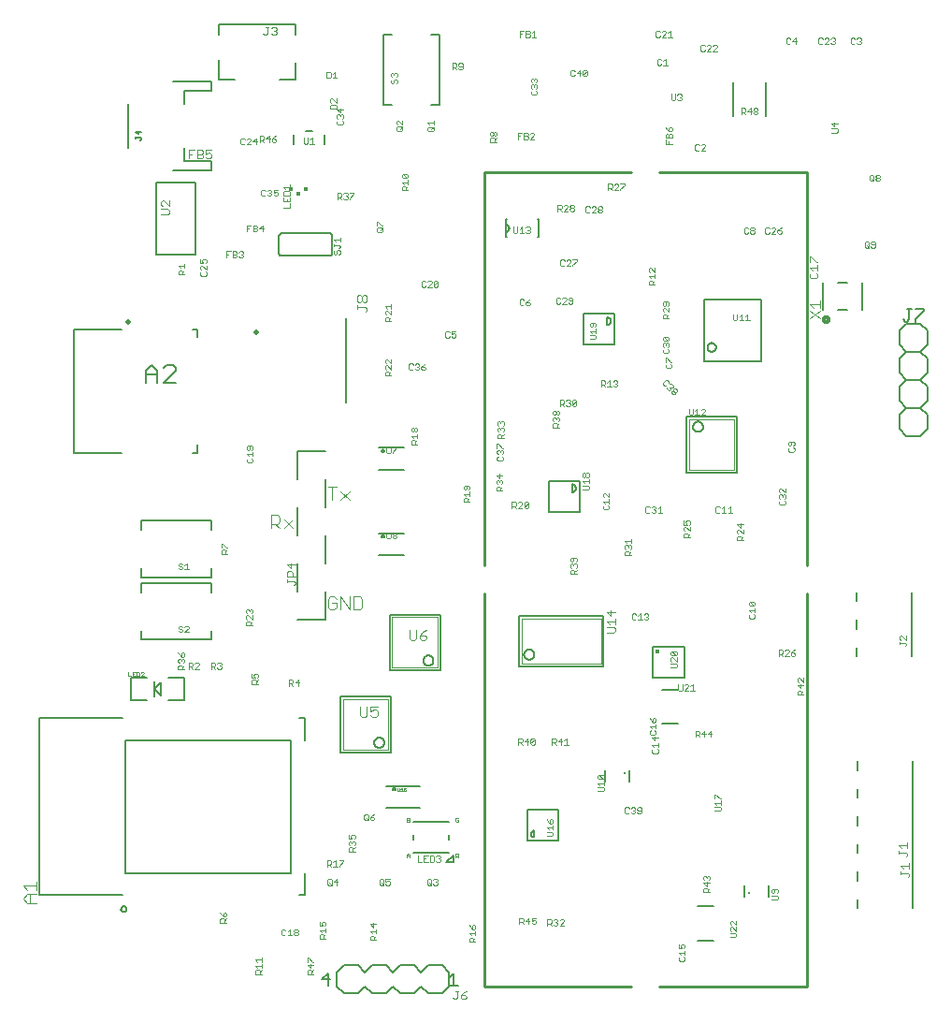
<source format=gbr>
G04 EAGLE Gerber RS-274X export*
G75*
%MOMM*%
%FSLAX34Y34*%
%LPD*%
%INSilkscreen Top*%
%IPPOS*%
%AMOC8*
5,1,8,0,0,1.08239X$1,22.5*%
G01*
%ADD10C,0.101600*%
%ADD11C,0.076200*%
%ADD12C,0.050800*%
%ADD13C,0.152400*%
%ADD14C,0.203200*%
%ADD15C,0.025400*%
%ADD16C,0.127000*%
%ADD17C,0.300000*%
%ADD18R,0.325000X0.425000*%
%ADD19R,0.350000X0.350000*%
%ADD20C,0.254000*%
%ADD21C,0.304800*%
%ADD22C,0.400000*%
%ADD23C,0.150000*%
%ADD24C,0.500000*%


D10*
X193724Y367123D02*
X191775Y369072D01*
X187877Y369072D01*
X185928Y367123D01*
X185928Y359327D01*
X187877Y357378D01*
X191775Y357378D01*
X193724Y359327D01*
X193724Y363225D01*
X189826Y363225D01*
X197622Y357378D02*
X197622Y369072D01*
X205418Y357378D01*
X205418Y369072D01*
X209316Y369072D02*
X209316Y357378D01*
X215163Y357378D01*
X217112Y359327D01*
X217112Y367123D01*
X215163Y369072D01*
X209316Y369072D01*
X134600Y431038D02*
X134600Y442732D01*
X140447Y442732D01*
X142396Y440783D01*
X142396Y436885D01*
X140447Y434936D01*
X134600Y434936D01*
X138498Y434936D02*
X142396Y431038D01*
X146294Y438834D02*
X154090Y431038D01*
X146294Y431038D02*
X154090Y438834D01*
X189826Y456438D02*
X189826Y468132D01*
X185928Y468132D02*
X193724Y468132D01*
X197622Y464234D02*
X205418Y456438D01*
X197622Y456438D02*
X205418Y464234D01*
D11*
X156464Y380705D02*
X155235Y379476D01*
X156464Y380705D02*
X156464Y381933D01*
X155235Y383162D01*
X149092Y383162D01*
X149092Y381933D02*
X149092Y384391D01*
X149092Y386960D02*
X156464Y386960D01*
X149092Y386960D02*
X149092Y390646D01*
X150320Y391875D01*
X152778Y391875D01*
X154007Y390646D01*
X154007Y386960D01*
X156464Y398130D02*
X149092Y398130D01*
X152778Y394444D01*
X152778Y399359D01*
X710860Y115316D02*
X712089Y116545D01*
X712089Y117773D01*
X710860Y119002D01*
X704717Y119002D01*
X704717Y117773D02*
X704717Y120231D01*
X707174Y122800D02*
X704717Y125258D01*
X712089Y125258D01*
X712089Y127715D02*
X712089Y122800D01*
D12*
X113195Y494203D02*
X112263Y493270D01*
X112263Y491406D01*
X113195Y490474D01*
X116924Y490474D01*
X117856Y491406D01*
X117856Y493270D01*
X116924Y494203D01*
X114128Y496087D02*
X112263Y497951D01*
X117856Y497951D01*
X117856Y496087D02*
X117856Y499816D01*
X116924Y501700D02*
X117856Y502632D01*
X117856Y504497D01*
X116924Y505429D01*
X113195Y505429D01*
X112263Y504497D01*
X112263Y502632D01*
X113195Y501700D01*
X114128Y501700D01*
X115060Y502632D01*
X115060Y505429D01*
X56261Y660654D02*
X50668Y660654D01*
X50668Y663450D01*
X51600Y664383D01*
X53465Y664383D01*
X54397Y663450D01*
X54397Y660654D01*
X54397Y662518D02*
X56261Y664383D01*
X52533Y666267D02*
X50668Y668131D01*
X56261Y668131D01*
X56261Y666267D02*
X56261Y669996D01*
D13*
X510572Y531876D02*
X510572Y481584D01*
X556228Y481584D01*
X556228Y531876D01*
X510572Y531876D01*
D12*
X512858Y529590D02*
X512858Y483870D01*
X553942Y483870D01*
X553942Y529590D01*
X512858Y529590D01*
D13*
X516636Y522986D02*
X516638Y523121D01*
X516644Y523256D01*
X516654Y523390D01*
X516668Y523524D01*
X516686Y523658D01*
X516707Y523791D01*
X516733Y523923D01*
X516763Y524055D01*
X516796Y524186D01*
X516833Y524315D01*
X516875Y524444D01*
X516919Y524571D01*
X516968Y524697D01*
X517020Y524821D01*
X517076Y524944D01*
X517136Y525065D01*
X517199Y525184D01*
X517265Y525301D01*
X517335Y525416D01*
X517409Y525530D01*
X517486Y525641D01*
X517565Y525749D01*
X517649Y525855D01*
X517735Y525959D01*
X517824Y526060D01*
X517916Y526159D01*
X518011Y526254D01*
X518109Y526347D01*
X518209Y526437D01*
X518312Y526524D01*
X518418Y526608D01*
X518526Y526689D01*
X518636Y526766D01*
X518749Y526840D01*
X518864Y526911D01*
X518981Y526979D01*
X519099Y527043D01*
X519220Y527103D01*
X519342Y527160D01*
X519466Y527213D01*
X519592Y527263D01*
X519718Y527309D01*
X519847Y527351D01*
X519976Y527389D01*
X520106Y527423D01*
X520238Y527454D01*
X520370Y527481D01*
X520503Y527503D01*
X520636Y527522D01*
X520770Y527537D01*
X520905Y527548D01*
X521039Y527555D01*
X521174Y527558D01*
X521309Y527557D01*
X521444Y527552D01*
X521578Y527543D01*
X521713Y527530D01*
X521847Y527513D01*
X521980Y527492D01*
X522112Y527468D01*
X522244Y527439D01*
X522375Y527407D01*
X522505Y527370D01*
X522634Y527330D01*
X522761Y527286D01*
X522887Y527238D01*
X523012Y527187D01*
X523135Y527132D01*
X523257Y527073D01*
X523376Y527011D01*
X523494Y526945D01*
X523610Y526876D01*
X523723Y526804D01*
X523835Y526728D01*
X523944Y526649D01*
X524051Y526567D01*
X524155Y526481D01*
X524257Y526393D01*
X524356Y526301D01*
X524453Y526207D01*
X524546Y526110D01*
X524637Y526010D01*
X524725Y525908D01*
X524809Y525803D01*
X524891Y525695D01*
X524969Y525585D01*
X525044Y525473D01*
X525116Y525359D01*
X525184Y525243D01*
X525249Y525124D01*
X525310Y525004D01*
X525368Y524882D01*
X525422Y524759D01*
X525473Y524634D01*
X525519Y524507D01*
X525562Y524380D01*
X525602Y524251D01*
X525637Y524120D01*
X525669Y523989D01*
X525696Y523857D01*
X525720Y523725D01*
X525740Y523591D01*
X525756Y523457D01*
X525768Y523323D01*
X525776Y523188D01*
X525780Y523053D01*
X525780Y522919D01*
X525776Y522784D01*
X525768Y522649D01*
X525756Y522515D01*
X525740Y522381D01*
X525720Y522247D01*
X525696Y522115D01*
X525669Y521983D01*
X525637Y521852D01*
X525602Y521721D01*
X525562Y521592D01*
X525519Y521465D01*
X525473Y521338D01*
X525422Y521213D01*
X525368Y521090D01*
X525310Y520968D01*
X525249Y520848D01*
X525184Y520729D01*
X525116Y520613D01*
X525044Y520499D01*
X524969Y520387D01*
X524891Y520277D01*
X524809Y520169D01*
X524725Y520064D01*
X524637Y519962D01*
X524546Y519862D01*
X524453Y519765D01*
X524356Y519671D01*
X524257Y519579D01*
X524155Y519491D01*
X524051Y519405D01*
X523944Y519323D01*
X523835Y519244D01*
X523723Y519168D01*
X523610Y519096D01*
X523494Y519027D01*
X523376Y518961D01*
X523257Y518899D01*
X523135Y518840D01*
X523012Y518785D01*
X522887Y518734D01*
X522761Y518686D01*
X522634Y518642D01*
X522505Y518602D01*
X522375Y518565D01*
X522244Y518533D01*
X522112Y518504D01*
X521980Y518480D01*
X521847Y518459D01*
X521713Y518442D01*
X521578Y518429D01*
X521444Y518420D01*
X521309Y518415D01*
X521174Y518414D01*
X521039Y518417D01*
X520905Y518424D01*
X520770Y518435D01*
X520636Y518450D01*
X520503Y518469D01*
X520370Y518491D01*
X520238Y518518D01*
X520106Y518549D01*
X519976Y518583D01*
X519847Y518621D01*
X519718Y518663D01*
X519592Y518709D01*
X519466Y518759D01*
X519342Y518812D01*
X519220Y518869D01*
X519099Y518929D01*
X518981Y518993D01*
X518864Y519061D01*
X518749Y519132D01*
X518636Y519206D01*
X518526Y519283D01*
X518418Y519364D01*
X518312Y519448D01*
X518209Y519535D01*
X518109Y519625D01*
X518011Y519718D01*
X517916Y519813D01*
X517824Y519912D01*
X517735Y520013D01*
X517649Y520117D01*
X517565Y520223D01*
X517486Y520331D01*
X517409Y520442D01*
X517335Y520556D01*
X517265Y520671D01*
X517199Y520788D01*
X517136Y520907D01*
X517076Y521028D01*
X517020Y521151D01*
X516968Y521275D01*
X516919Y521401D01*
X516875Y521528D01*
X516833Y521657D01*
X516796Y521786D01*
X516763Y521917D01*
X516733Y522049D01*
X516707Y522181D01*
X516686Y522314D01*
X516668Y522448D01*
X516654Y522582D01*
X516644Y522716D01*
X516638Y522851D01*
X516636Y522986D01*
D12*
X512826Y534332D02*
X512826Y538993D01*
X512826Y534332D02*
X513758Y533400D01*
X515622Y533400D01*
X516555Y534332D01*
X516555Y538993D01*
X518439Y537129D02*
X520303Y538993D01*
X520303Y533400D01*
X518439Y533400D02*
X522168Y533400D01*
X524052Y533400D02*
X527781Y533400D01*
X524052Y533400D02*
X527781Y537129D01*
X527781Y538061D01*
X526849Y538993D01*
X524984Y538993D01*
X524052Y538061D01*
X556509Y420295D02*
X562102Y420295D01*
X556509Y420295D02*
X556509Y423091D01*
X557441Y424023D01*
X559306Y424023D01*
X560238Y423091D01*
X560238Y420295D01*
X560238Y422159D02*
X562102Y424023D01*
X562102Y425908D02*
X562102Y429636D01*
X562102Y425908D02*
X558374Y429636D01*
X557441Y429636D01*
X556509Y428704D01*
X556509Y426840D01*
X557441Y425908D01*
X556509Y434317D02*
X562102Y434317D01*
X559306Y431521D02*
X556509Y434317D01*
X559306Y435249D02*
X559306Y431521D01*
X513842Y422835D02*
X508249Y422835D01*
X508249Y425631D01*
X509181Y426563D01*
X511046Y426563D01*
X511978Y425631D01*
X511978Y422835D01*
X511978Y424699D02*
X513842Y426563D01*
X513842Y428448D02*
X513842Y432176D01*
X513842Y428448D02*
X510114Y432176D01*
X509181Y432176D01*
X508249Y431244D01*
X508249Y429380D01*
X509181Y428448D01*
X508249Y434061D02*
X508249Y437789D01*
X508249Y434061D02*
X511046Y434061D01*
X510114Y435925D01*
X510114Y436857D01*
X511046Y437789D01*
X512910Y437789D01*
X513842Y436857D01*
X513842Y434993D01*
X512910Y434061D01*
X539931Y450601D02*
X540863Y449669D01*
X539931Y450601D02*
X538067Y450601D01*
X537135Y449669D01*
X537135Y445940D01*
X538067Y445008D01*
X539931Y445008D01*
X540863Y445940D01*
X542748Y448737D02*
X544612Y450601D01*
X544612Y445008D01*
X542748Y445008D02*
X546476Y445008D01*
X548361Y448737D02*
X550225Y450601D01*
X550225Y445008D01*
X548361Y445008D02*
X552089Y445008D01*
X594609Y454841D02*
X595541Y455773D01*
X594609Y454841D02*
X594609Y452977D01*
X595541Y452045D01*
X599270Y452045D01*
X600202Y452977D01*
X600202Y454841D01*
X599270Y455773D01*
X595541Y457658D02*
X594609Y458590D01*
X594609Y460454D01*
X595541Y461386D01*
X596474Y461386D01*
X597406Y460454D01*
X597406Y459522D01*
X597406Y460454D02*
X598338Y461386D01*
X599270Y461386D01*
X600202Y460454D01*
X600202Y458590D01*
X599270Y457658D01*
X600202Y463271D02*
X600202Y466999D01*
X600202Y463271D02*
X596474Y466999D01*
X595541Y466999D01*
X594609Y466067D01*
X594609Y464203D01*
X595541Y463271D01*
X477363Y449669D02*
X476431Y450601D01*
X474567Y450601D01*
X473635Y449669D01*
X473635Y445940D01*
X474567Y445008D01*
X476431Y445008D01*
X477363Y445940D01*
X479248Y449669D02*
X480180Y450601D01*
X482044Y450601D01*
X482976Y449669D01*
X482976Y448737D01*
X482044Y447804D01*
X481112Y447804D01*
X482044Y447804D02*
X482976Y446872D01*
X482976Y445940D01*
X482044Y445008D01*
X480180Y445008D01*
X479248Y445940D01*
X484861Y448737D02*
X486725Y450601D01*
X486725Y445008D01*
X484861Y445008D02*
X488589Y445008D01*
X267081Y506984D02*
X261488Y506984D01*
X261488Y509780D01*
X262420Y510713D01*
X264285Y510713D01*
X265217Y509780D01*
X265217Y506984D01*
X265217Y508848D02*
X267081Y510713D01*
X263353Y512597D02*
X261488Y514461D01*
X267081Y514461D01*
X267081Y512597D02*
X267081Y516326D01*
X262420Y518210D02*
X261488Y519142D01*
X261488Y521007D01*
X262420Y521939D01*
X263353Y521939D01*
X264285Y521007D01*
X265217Y521939D01*
X266149Y521939D01*
X267081Y521007D01*
X267081Y519142D01*
X266149Y518210D01*
X265217Y518210D01*
X264285Y519142D01*
X263353Y518210D01*
X262420Y518210D01*
X264285Y519142D02*
X264285Y521007D01*
D13*
X243173Y278511D02*
X243173Y228219D01*
X243173Y278511D02*
X197517Y278511D01*
X197517Y228219D01*
X243173Y228219D01*
D12*
X240887Y230505D02*
X240887Y276225D01*
X199803Y276225D01*
X199803Y230505D01*
X240887Y230505D01*
D13*
X227965Y237109D02*
X227967Y237244D01*
X227973Y237379D01*
X227983Y237513D01*
X227997Y237647D01*
X228015Y237781D01*
X228036Y237914D01*
X228062Y238046D01*
X228092Y238178D01*
X228125Y238309D01*
X228162Y238438D01*
X228204Y238567D01*
X228248Y238694D01*
X228297Y238820D01*
X228349Y238944D01*
X228405Y239067D01*
X228465Y239188D01*
X228528Y239307D01*
X228594Y239424D01*
X228664Y239539D01*
X228738Y239653D01*
X228815Y239764D01*
X228894Y239872D01*
X228978Y239978D01*
X229064Y240082D01*
X229153Y240183D01*
X229245Y240282D01*
X229340Y240377D01*
X229438Y240470D01*
X229538Y240560D01*
X229641Y240647D01*
X229747Y240731D01*
X229855Y240812D01*
X229965Y240889D01*
X230078Y240963D01*
X230193Y241034D01*
X230310Y241102D01*
X230428Y241166D01*
X230549Y241226D01*
X230671Y241283D01*
X230795Y241336D01*
X230921Y241386D01*
X231047Y241432D01*
X231176Y241474D01*
X231305Y241512D01*
X231435Y241546D01*
X231567Y241577D01*
X231699Y241604D01*
X231832Y241626D01*
X231965Y241645D01*
X232099Y241660D01*
X232234Y241671D01*
X232368Y241678D01*
X232503Y241681D01*
X232638Y241680D01*
X232773Y241675D01*
X232907Y241666D01*
X233042Y241653D01*
X233176Y241636D01*
X233309Y241615D01*
X233441Y241591D01*
X233573Y241562D01*
X233704Y241530D01*
X233834Y241493D01*
X233963Y241453D01*
X234090Y241409D01*
X234216Y241361D01*
X234341Y241310D01*
X234464Y241255D01*
X234586Y241196D01*
X234705Y241134D01*
X234823Y241068D01*
X234939Y240999D01*
X235052Y240927D01*
X235164Y240851D01*
X235273Y240772D01*
X235380Y240690D01*
X235484Y240604D01*
X235586Y240516D01*
X235685Y240424D01*
X235782Y240330D01*
X235875Y240233D01*
X235966Y240133D01*
X236054Y240031D01*
X236138Y239926D01*
X236220Y239818D01*
X236298Y239708D01*
X236373Y239596D01*
X236445Y239482D01*
X236513Y239366D01*
X236578Y239247D01*
X236639Y239127D01*
X236697Y239005D01*
X236751Y238882D01*
X236802Y238757D01*
X236848Y238630D01*
X236891Y238503D01*
X236931Y238374D01*
X236966Y238243D01*
X236998Y238112D01*
X237025Y237980D01*
X237049Y237848D01*
X237069Y237714D01*
X237085Y237580D01*
X237097Y237446D01*
X237105Y237311D01*
X237109Y237176D01*
X237109Y237042D01*
X237105Y236907D01*
X237097Y236772D01*
X237085Y236638D01*
X237069Y236504D01*
X237049Y236370D01*
X237025Y236238D01*
X236998Y236106D01*
X236966Y235975D01*
X236931Y235844D01*
X236891Y235715D01*
X236848Y235588D01*
X236802Y235461D01*
X236751Y235336D01*
X236697Y235213D01*
X236639Y235091D01*
X236578Y234971D01*
X236513Y234852D01*
X236445Y234736D01*
X236373Y234622D01*
X236298Y234510D01*
X236220Y234400D01*
X236138Y234292D01*
X236054Y234187D01*
X235966Y234085D01*
X235875Y233985D01*
X235782Y233888D01*
X235685Y233794D01*
X235586Y233702D01*
X235484Y233614D01*
X235380Y233528D01*
X235273Y233446D01*
X235164Y233367D01*
X235052Y233291D01*
X234939Y233219D01*
X234823Y233150D01*
X234705Y233084D01*
X234586Y233022D01*
X234464Y232963D01*
X234341Y232908D01*
X234216Y232857D01*
X234090Y232809D01*
X233963Y232765D01*
X233834Y232725D01*
X233704Y232688D01*
X233573Y232656D01*
X233441Y232627D01*
X233309Y232603D01*
X233176Y232582D01*
X233042Y232565D01*
X232907Y232552D01*
X232773Y232543D01*
X232638Y232538D01*
X232503Y232537D01*
X232368Y232540D01*
X232234Y232547D01*
X232099Y232558D01*
X231965Y232573D01*
X231832Y232592D01*
X231699Y232614D01*
X231567Y232641D01*
X231435Y232672D01*
X231305Y232706D01*
X231176Y232744D01*
X231047Y232786D01*
X230921Y232832D01*
X230795Y232882D01*
X230671Y232935D01*
X230549Y232992D01*
X230428Y233052D01*
X230310Y233116D01*
X230193Y233184D01*
X230078Y233255D01*
X229965Y233329D01*
X229855Y233406D01*
X229747Y233487D01*
X229641Y233571D01*
X229538Y233658D01*
X229438Y233748D01*
X229340Y233841D01*
X229245Y233936D01*
X229153Y234035D01*
X229064Y234136D01*
X228978Y234240D01*
X228894Y234346D01*
X228815Y234454D01*
X228738Y234565D01*
X228664Y234679D01*
X228594Y234794D01*
X228528Y234911D01*
X228465Y235030D01*
X228405Y235151D01*
X228349Y235274D01*
X228297Y235398D01*
X228248Y235524D01*
X228204Y235651D01*
X228162Y235780D01*
X228125Y235909D01*
X228092Y236040D01*
X228062Y236172D01*
X228036Y236304D01*
X228015Y236437D01*
X227997Y236571D01*
X227983Y236705D01*
X227973Y236839D01*
X227967Y236974D01*
X227965Y237109D01*
D10*
X215351Y262002D02*
X215351Y269629D01*
X215351Y262002D02*
X216876Y260477D01*
X219927Y260477D01*
X221452Y262002D01*
X221452Y269629D01*
X224706Y269629D02*
X230807Y269629D01*
X224706Y269629D02*
X224706Y265053D01*
X227756Y266578D01*
X229282Y266578D01*
X230807Y265053D01*
X230807Y262002D01*
X229282Y260477D01*
X226231Y260477D01*
X224706Y262002D01*
D12*
X146866Y68331D02*
X147798Y67399D01*
X146866Y68331D02*
X145002Y68331D01*
X144070Y67399D01*
X144070Y63670D01*
X145002Y62738D01*
X146866Y62738D01*
X147798Y63670D01*
X149683Y66467D02*
X151547Y68331D01*
X151547Y62738D01*
X149683Y62738D02*
X153411Y62738D01*
X155296Y67399D02*
X156228Y68331D01*
X158092Y68331D01*
X159024Y67399D01*
X159024Y66467D01*
X158092Y65534D01*
X159024Y64602D01*
X159024Y63670D01*
X158092Y62738D01*
X156228Y62738D01*
X155296Y63670D01*
X155296Y64602D01*
X156228Y65534D01*
X155296Y66467D01*
X155296Y67399D01*
X156228Y65534D02*
X158092Y65534D01*
X150749Y288544D02*
X150749Y294137D01*
X153545Y294137D01*
X154478Y293205D01*
X154478Y291340D01*
X153545Y290408D01*
X150749Y290408D01*
X152613Y290408D02*
X154478Y288544D01*
X159158Y288544D02*
X159158Y294137D01*
X156362Y291340D01*
X160091Y291340D01*
X94107Y74118D02*
X88514Y74118D01*
X88514Y76914D01*
X89446Y77846D01*
X91311Y77846D01*
X92243Y76914D01*
X92243Y74118D01*
X92243Y75982D02*
X94107Y77846D01*
X89446Y81595D02*
X88514Y83459D01*
X89446Y81595D02*
X91311Y79731D01*
X93175Y79731D01*
X94107Y80663D01*
X94107Y82527D01*
X93175Y83459D01*
X92243Y83459D01*
X91311Y82527D01*
X91311Y79731D01*
X117089Y290018D02*
X122682Y290018D01*
X117089Y290018D02*
X117089Y292814D01*
X118021Y293746D01*
X119886Y293746D01*
X120818Y292814D01*
X120818Y290018D01*
X120818Y291882D02*
X122682Y293746D01*
X117089Y295631D02*
X117089Y299359D01*
X117089Y295631D02*
X119886Y295631D01*
X118954Y297495D01*
X118954Y298427D01*
X119886Y299359D01*
X121750Y299359D01*
X122682Y298427D01*
X122682Y296563D01*
X121750Y295631D01*
D13*
X287623Y302514D02*
X287623Y352806D01*
X241967Y352806D01*
X241967Y302514D01*
X287623Y302514D01*
D12*
X285337Y304800D02*
X285337Y350520D01*
X244253Y350520D01*
X244253Y304800D01*
X285337Y304800D01*
D13*
X272415Y311404D02*
X272417Y311539D01*
X272423Y311674D01*
X272433Y311808D01*
X272447Y311942D01*
X272465Y312076D01*
X272486Y312209D01*
X272512Y312341D01*
X272542Y312473D01*
X272575Y312604D01*
X272612Y312733D01*
X272654Y312862D01*
X272698Y312989D01*
X272747Y313115D01*
X272799Y313239D01*
X272855Y313362D01*
X272915Y313483D01*
X272978Y313602D01*
X273044Y313719D01*
X273114Y313834D01*
X273188Y313948D01*
X273265Y314059D01*
X273344Y314167D01*
X273428Y314273D01*
X273514Y314377D01*
X273603Y314478D01*
X273695Y314577D01*
X273790Y314672D01*
X273888Y314765D01*
X273988Y314855D01*
X274091Y314942D01*
X274197Y315026D01*
X274305Y315107D01*
X274415Y315184D01*
X274528Y315258D01*
X274643Y315329D01*
X274760Y315397D01*
X274878Y315461D01*
X274999Y315521D01*
X275121Y315578D01*
X275245Y315631D01*
X275371Y315681D01*
X275497Y315727D01*
X275626Y315769D01*
X275755Y315807D01*
X275885Y315841D01*
X276017Y315872D01*
X276149Y315899D01*
X276282Y315921D01*
X276415Y315940D01*
X276549Y315955D01*
X276684Y315966D01*
X276818Y315973D01*
X276953Y315976D01*
X277088Y315975D01*
X277223Y315970D01*
X277357Y315961D01*
X277492Y315948D01*
X277626Y315931D01*
X277759Y315910D01*
X277891Y315886D01*
X278023Y315857D01*
X278154Y315825D01*
X278284Y315788D01*
X278413Y315748D01*
X278540Y315704D01*
X278666Y315656D01*
X278791Y315605D01*
X278914Y315550D01*
X279036Y315491D01*
X279155Y315429D01*
X279273Y315363D01*
X279389Y315294D01*
X279502Y315222D01*
X279614Y315146D01*
X279723Y315067D01*
X279830Y314985D01*
X279934Y314899D01*
X280036Y314811D01*
X280135Y314719D01*
X280232Y314625D01*
X280325Y314528D01*
X280416Y314428D01*
X280504Y314326D01*
X280588Y314221D01*
X280670Y314113D01*
X280748Y314003D01*
X280823Y313891D01*
X280895Y313777D01*
X280963Y313661D01*
X281028Y313542D01*
X281089Y313422D01*
X281147Y313300D01*
X281201Y313177D01*
X281252Y313052D01*
X281298Y312925D01*
X281341Y312798D01*
X281381Y312669D01*
X281416Y312538D01*
X281448Y312407D01*
X281475Y312275D01*
X281499Y312143D01*
X281519Y312009D01*
X281535Y311875D01*
X281547Y311741D01*
X281555Y311606D01*
X281559Y311471D01*
X281559Y311337D01*
X281555Y311202D01*
X281547Y311067D01*
X281535Y310933D01*
X281519Y310799D01*
X281499Y310665D01*
X281475Y310533D01*
X281448Y310401D01*
X281416Y310270D01*
X281381Y310139D01*
X281341Y310010D01*
X281298Y309883D01*
X281252Y309756D01*
X281201Y309631D01*
X281147Y309508D01*
X281089Y309386D01*
X281028Y309266D01*
X280963Y309147D01*
X280895Y309031D01*
X280823Y308917D01*
X280748Y308805D01*
X280670Y308695D01*
X280588Y308587D01*
X280504Y308482D01*
X280416Y308380D01*
X280325Y308280D01*
X280232Y308183D01*
X280135Y308089D01*
X280036Y307997D01*
X279934Y307909D01*
X279830Y307823D01*
X279723Y307741D01*
X279614Y307662D01*
X279502Y307586D01*
X279389Y307514D01*
X279273Y307445D01*
X279155Y307379D01*
X279036Y307317D01*
X278914Y307258D01*
X278791Y307203D01*
X278666Y307152D01*
X278540Y307104D01*
X278413Y307060D01*
X278284Y307020D01*
X278154Y306983D01*
X278023Y306951D01*
X277891Y306922D01*
X277759Y306898D01*
X277626Y306877D01*
X277492Y306860D01*
X277357Y306847D01*
X277223Y306838D01*
X277088Y306833D01*
X276953Y306832D01*
X276818Y306835D01*
X276684Y306842D01*
X276549Y306853D01*
X276415Y306868D01*
X276282Y306887D01*
X276149Y306909D01*
X276017Y306936D01*
X275885Y306967D01*
X275755Y307001D01*
X275626Y307039D01*
X275497Y307081D01*
X275371Y307127D01*
X275245Y307177D01*
X275121Y307230D01*
X274999Y307287D01*
X274878Y307347D01*
X274760Y307411D01*
X274643Y307479D01*
X274528Y307550D01*
X274415Y307624D01*
X274305Y307701D01*
X274197Y307782D01*
X274091Y307866D01*
X273988Y307953D01*
X273888Y308043D01*
X273790Y308136D01*
X273695Y308231D01*
X273603Y308330D01*
X273514Y308431D01*
X273428Y308535D01*
X273344Y308641D01*
X273265Y308749D01*
X273188Y308860D01*
X273114Y308974D01*
X273044Y309089D01*
X272978Y309206D01*
X272915Y309325D01*
X272855Y309446D01*
X272799Y309569D01*
X272747Y309693D01*
X272698Y309819D01*
X272654Y309946D01*
X272612Y310075D01*
X272575Y310204D01*
X272542Y310335D01*
X272512Y310467D01*
X272486Y310599D01*
X272465Y310732D01*
X272447Y310866D01*
X272433Y311000D01*
X272423Y311134D01*
X272417Y311269D01*
X272415Y311404D01*
D10*
X259801Y331217D02*
X259801Y338844D01*
X259801Y331217D02*
X261326Y329692D01*
X264377Y329692D01*
X265902Y331217D01*
X265902Y338844D01*
X272206Y337319D02*
X275257Y338844D01*
X272206Y337319D02*
X269156Y334268D01*
X269156Y331217D01*
X270681Y329692D01*
X273732Y329692D01*
X275257Y331217D01*
X275257Y332743D01*
X273732Y334268D01*
X269156Y334268D01*
D12*
X602864Y502999D02*
X603796Y503931D01*
X602864Y502999D02*
X602864Y501135D01*
X603796Y500203D01*
X607525Y500203D01*
X608457Y501135D01*
X608457Y502999D01*
X607525Y503931D01*
X607525Y505816D02*
X608457Y506748D01*
X608457Y508612D01*
X607525Y509544D01*
X603796Y509544D01*
X602864Y508612D01*
X602864Y506748D01*
X603796Y505816D01*
X604729Y505816D01*
X605661Y506748D01*
X605661Y509544D01*
D14*
X55750Y275750D02*
X41750Y275750D01*
X55750Y275750D02*
X55750Y295750D01*
X41750Y295750D01*
X21750Y275750D02*
X7750Y275750D01*
X7750Y295750D01*
X21750Y295750D01*
X28750Y285750D02*
X28750Y278750D01*
X28750Y285750D02*
X28750Y292750D01*
X28750Y285750D02*
X34750Y279750D01*
X34750Y291750D01*
X28750Y285750D01*
D15*
X5479Y297053D02*
X5479Y300866D01*
X5479Y297053D02*
X8021Y297053D01*
X9221Y300866D02*
X11763Y300866D01*
X9221Y300866D02*
X9221Y297053D01*
X11763Y297053D01*
X10492Y298960D02*
X9221Y298960D01*
X12963Y300866D02*
X12963Y297053D01*
X14869Y297053D01*
X15505Y297689D01*
X15505Y300231D01*
X14869Y300866D01*
X12963Y300866D01*
X16705Y297053D02*
X19247Y297053D01*
X16705Y297053D02*
X19247Y299595D01*
X19247Y300231D01*
X18612Y300866D01*
X17340Y300866D01*
X16705Y300231D01*
D12*
X50414Y303455D02*
X56007Y303455D01*
X50414Y303455D02*
X50414Y306251D01*
X51346Y307183D01*
X53211Y307183D01*
X54143Y306251D01*
X54143Y303455D01*
X54143Y305319D02*
X56007Y307183D01*
X51346Y309068D02*
X50414Y310000D01*
X50414Y311864D01*
X51346Y312796D01*
X52279Y312796D01*
X53211Y311864D01*
X53211Y310932D01*
X53211Y311864D02*
X54143Y312796D01*
X55075Y312796D01*
X56007Y311864D01*
X56007Y310000D01*
X55075Y309068D01*
X51346Y316545D02*
X50414Y318409D01*
X51346Y316545D02*
X53211Y314681D01*
X55075Y314681D01*
X56007Y315613D01*
X56007Y317477D01*
X55075Y318409D01*
X54143Y318409D01*
X53211Y317477D01*
X53211Y314681D01*
D16*
X80895Y330100D02*
X16895Y330100D01*
X16895Y381100D02*
X80895Y381100D01*
X80895Y338100D02*
X80895Y330100D01*
X80895Y373100D02*
X80895Y381100D01*
X16895Y338100D02*
X16895Y330100D01*
X16895Y373100D02*
X16895Y381100D01*
D12*
X53419Y342651D02*
X54351Y341719D01*
X53419Y342651D02*
X51555Y342651D01*
X50623Y341719D01*
X50623Y340787D01*
X51555Y339854D01*
X53419Y339854D01*
X54351Y338922D01*
X54351Y337990D01*
X53419Y337058D01*
X51555Y337058D01*
X50623Y337990D01*
X56236Y337058D02*
X59964Y337058D01*
X56236Y337058D02*
X59964Y340787D01*
X59964Y341719D01*
X59032Y342651D01*
X57168Y342651D01*
X56236Y341719D01*
X89403Y407924D02*
X94996Y407924D01*
X89403Y407924D02*
X89403Y410720D01*
X90335Y411653D01*
X92200Y411653D01*
X93132Y410720D01*
X93132Y407924D01*
X93132Y409788D02*
X94996Y411653D01*
X89403Y413537D02*
X89403Y417266D01*
X90335Y417266D01*
X94064Y413537D01*
X94996Y413537D01*
D16*
X80895Y386615D02*
X16895Y386615D01*
X16895Y437615D02*
X80895Y437615D01*
X80895Y394615D02*
X80895Y386615D01*
X80895Y429615D02*
X80895Y437615D01*
X16895Y394615D02*
X16895Y386615D01*
X16895Y429615D02*
X16895Y437615D01*
D12*
X53419Y399166D02*
X54351Y398234D01*
X53419Y399166D02*
X51555Y399166D01*
X50623Y398234D01*
X50623Y397302D01*
X51555Y396369D01*
X53419Y396369D01*
X54351Y395437D01*
X54351Y394505D01*
X53419Y393573D01*
X51555Y393573D01*
X50623Y394505D01*
X56236Y397302D02*
X58100Y399166D01*
X58100Y393573D01*
X56236Y393573D02*
X59964Y393573D01*
X70353Y662180D02*
X71285Y663113D01*
X70353Y662180D02*
X70353Y660316D01*
X71285Y659384D01*
X75014Y659384D01*
X75946Y660316D01*
X75946Y662180D01*
X75014Y663113D01*
X75946Y664997D02*
X75946Y668726D01*
X72218Y668726D02*
X75946Y664997D01*
X72218Y668726D02*
X71285Y668726D01*
X70353Y667793D01*
X70353Y665929D01*
X71285Y664997D01*
X70353Y670610D02*
X70353Y674339D01*
X70353Y670610D02*
X73150Y670610D01*
X72218Y672474D01*
X72218Y673407D01*
X73150Y674339D01*
X75014Y674339D01*
X75946Y673407D01*
X75946Y671542D01*
X75014Y670610D01*
X110663Y782790D02*
X109730Y783722D01*
X107866Y783722D01*
X106934Y782790D01*
X106934Y779061D01*
X107866Y778129D01*
X109730Y778129D01*
X110663Y779061D01*
X112547Y778129D02*
X116276Y778129D01*
X112547Y778129D02*
X116276Y781858D01*
X116276Y782790D01*
X115343Y783722D01*
X113479Y783722D01*
X112547Y782790D01*
X120957Y783722D02*
X120957Y778129D01*
X118160Y780925D02*
X120957Y783722D01*
X121889Y780925D02*
X118160Y780925D01*
X237739Y618415D02*
X243332Y618415D01*
X237739Y618415D02*
X237739Y621211D01*
X238671Y622143D01*
X240536Y622143D01*
X241468Y621211D01*
X241468Y618415D01*
X241468Y620279D02*
X243332Y622143D01*
X243332Y624028D02*
X243332Y627756D01*
X243332Y624028D02*
X239604Y627756D01*
X238671Y627756D01*
X237739Y626824D01*
X237739Y624960D01*
X238671Y624028D01*
X239604Y629641D02*
X237739Y631505D01*
X243332Y631505D01*
X243332Y629641D02*
X243332Y633369D01*
X243332Y568885D02*
X237739Y568885D01*
X237739Y571681D01*
X238671Y572613D01*
X240536Y572613D01*
X241468Y571681D01*
X241468Y568885D01*
X241468Y570749D02*
X243332Y572613D01*
X243332Y574498D02*
X243332Y578226D01*
X243332Y574498D02*
X239604Y578226D01*
X238671Y578226D01*
X237739Y577294D01*
X237739Y575430D01*
X238671Y574498D01*
X243332Y580111D02*
X243332Y583839D01*
X243332Y580111D02*
X239604Y583839D01*
X238671Y583839D01*
X237739Y582907D01*
X237739Y581043D01*
X238671Y580111D01*
D16*
X184150Y347980D02*
X158750Y347980D01*
X184150Y347980D02*
X184150Y373380D01*
X158750Y373380D02*
X158750Y398780D01*
X184150Y398780D02*
X184150Y424180D01*
X158750Y424180D02*
X158750Y449580D01*
X184150Y449580D02*
X184150Y474980D01*
X158750Y474980D02*
X158750Y500380D01*
X184150Y500380D01*
D14*
X417800Y596870D02*
X445800Y596870D01*
X417800Y596870D02*
X417800Y624870D01*
X445800Y624870D01*
X445800Y596870D01*
X438800Y614870D02*
X438918Y614872D01*
X439036Y614878D01*
X439154Y614888D01*
X439271Y614902D01*
X439388Y614920D01*
X439505Y614942D01*
X439620Y614967D01*
X439734Y614997D01*
X439848Y615031D01*
X439960Y615068D01*
X440071Y615109D01*
X440180Y615154D01*
X440288Y615202D01*
X440394Y615254D01*
X440499Y615310D01*
X440601Y615369D01*
X440701Y615431D01*
X440799Y615497D01*
X440895Y615566D01*
X440989Y615639D01*
X441080Y615714D01*
X441168Y615793D01*
X441254Y615874D01*
X441337Y615959D01*
X441417Y616046D01*
X441494Y616135D01*
X441568Y616228D01*
X441638Y616322D01*
X441706Y616419D01*
X441770Y616519D01*
X441831Y616620D01*
X441888Y616723D01*
X441942Y616829D01*
X441993Y616936D01*
X442039Y617044D01*
X442082Y617154D01*
X442121Y617266D01*
X442157Y617379D01*
X442188Y617493D01*
X442216Y617608D01*
X442240Y617723D01*
X442260Y617840D01*
X442276Y617957D01*
X442288Y618075D01*
X442296Y618193D01*
X442300Y618311D01*
X442300Y618429D01*
X442296Y618547D01*
X442288Y618665D01*
X442276Y618783D01*
X442260Y618900D01*
X442240Y619017D01*
X442216Y619132D01*
X442188Y619247D01*
X442157Y619361D01*
X442121Y619474D01*
X442082Y619586D01*
X442039Y619696D01*
X441993Y619804D01*
X441942Y619911D01*
X441888Y620017D01*
X441831Y620120D01*
X441770Y620221D01*
X441706Y620321D01*
X441638Y620418D01*
X441568Y620512D01*
X441494Y620605D01*
X441417Y620694D01*
X441337Y620781D01*
X441254Y620866D01*
X441168Y620947D01*
X441080Y621026D01*
X440989Y621101D01*
X440895Y621174D01*
X440799Y621243D01*
X440701Y621309D01*
X440601Y621371D01*
X440499Y621430D01*
X440394Y621486D01*
X440288Y621538D01*
X440180Y621586D01*
X440071Y621631D01*
X439960Y621672D01*
X439848Y621709D01*
X439734Y621743D01*
X439620Y621773D01*
X439505Y621798D01*
X439388Y621820D01*
X439271Y621838D01*
X439154Y621852D01*
X439036Y621862D01*
X438918Y621868D01*
X438800Y621870D01*
X438800Y614870D01*
D12*
X427670Y601905D02*
X423009Y601905D01*
X427670Y601905D02*
X428602Y602837D01*
X428602Y604701D01*
X427670Y605633D01*
X423009Y605633D01*
X424874Y607518D02*
X423009Y609382D01*
X428602Y609382D01*
X428602Y607518D02*
X428602Y611246D01*
X427670Y613131D02*
X428602Y614063D01*
X428602Y615927D01*
X427670Y616859D01*
X423941Y616859D01*
X423009Y615927D01*
X423009Y614063D01*
X423941Y613131D01*
X424874Y613131D01*
X425806Y614063D01*
X425806Y616859D01*
X536189Y175185D02*
X540850Y175185D01*
X541782Y176117D01*
X541782Y177981D01*
X540850Y178913D01*
X536189Y178913D01*
X538054Y180798D02*
X536189Y182662D01*
X541782Y182662D01*
X541782Y180798D02*
X541782Y184526D01*
X536189Y186411D02*
X536189Y190139D01*
X537121Y190139D01*
X540850Y186411D01*
X541782Y186411D01*
D13*
X535440Y89100D02*
X521190Y89100D01*
X521190Y58220D02*
X535440Y58220D01*
D12*
X550159Y60885D02*
X554820Y60885D01*
X555752Y61817D01*
X555752Y63681D01*
X554820Y64613D01*
X550159Y64613D01*
X555752Y66498D02*
X555752Y70226D01*
X555752Y66498D02*
X552024Y70226D01*
X551091Y70226D01*
X550159Y69294D01*
X550159Y67430D01*
X551091Y66498D01*
X555752Y72111D02*
X555752Y75839D01*
X555752Y72111D02*
X552024Y75839D01*
X551091Y75839D01*
X550159Y74907D01*
X550159Y73043D01*
X551091Y72111D01*
D16*
X346950Y694310D02*
X346950Y699060D01*
X346950Y705560D01*
X346950Y710310D01*
X347950Y710310D01*
X347950Y694310D02*
X346950Y694310D01*
X346950Y699060D02*
X347062Y699062D01*
X347174Y699068D01*
X347286Y699077D01*
X347397Y699091D01*
X347508Y699108D01*
X347618Y699129D01*
X347728Y699154D01*
X347836Y699183D01*
X347944Y699216D01*
X348050Y699252D01*
X348155Y699292D01*
X348258Y699335D01*
X348360Y699382D01*
X348460Y699432D01*
X348559Y699486D01*
X348655Y699543D01*
X348750Y699604D01*
X348842Y699668D01*
X348932Y699734D01*
X349020Y699804D01*
X349105Y699877D01*
X349188Y699953D01*
X349268Y700032D01*
X349345Y700113D01*
X349419Y700197D01*
X349491Y700284D01*
X349559Y700373D01*
X349625Y700464D01*
X349687Y700557D01*
X349746Y700653D01*
X349801Y700750D01*
X349853Y700850D01*
X349902Y700951D01*
X349947Y701053D01*
X349989Y701158D01*
X350027Y701263D01*
X350061Y701370D01*
X350092Y701478D01*
X350119Y701587D01*
X350142Y701697D01*
X350161Y701807D01*
X350176Y701918D01*
X350188Y702030D01*
X350196Y702142D01*
X350200Y702254D01*
X350200Y702366D01*
X350196Y702478D01*
X350188Y702590D01*
X350176Y702702D01*
X350161Y702813D01*
X350142Y702923D01*
X350119Y703033D01*
X350092Y703142D01*
X350061Y703250D01*
X350027Y703357D01*
X349989Y703462D01*
X349947Y703567D01*
X349902Y703669D01*
X349853Y703770D01*
X349801Y703870D01*
X349746Y703967D01*
X349687Y704063D01*
X349625Y704156D01*
X349559Y704247D01*
X349491Y704336D01*
X349419Y704423D01*
X349345Y704507D01*
X349268Y704588D01*
X349188Y704667D01*
X349105Y704743D01*
X349020Y704816D01*
X348932Y704886D01*
X348842Y704952D01*
X348750Y705016D01*
X348655Y705077D01*
X348559Y705134D01*
X348460Y705188D01*
X348360Y705238D01*
X348258Y705285D01*
X348155Y705328D01*
X348050Y705368D01*
X347944Y705404D01*
X347836Y705437D01*
X347728Y705466D01*
X347618Y705491D01*
X347508Y705512D01*
X347397Y705529D01*
X347286Y705543D01*
X347174Y705552D01*
X347062Y705558D01*
X346950Y705560D01*
X376950Y710310D02*
X376950Y694310D01*
X376950Y710310D02*
X375950Y710310D01*
X375950Y694310D02*
X376950Y694310D01*
D12*
X353995Y698930D02*
X353995Y703591D01*
X353995Y698930D02*
X354927Y697998D01*
X356791Y697998D01*
X357723Y698930D01*
X357723Y703591D01*
X359608Y701727D02*
X361472Y703591D01*
X361472Y697998D01*
X359608Y697998D02*
X363336Y697998D01*
X365221Y702659D02*
X366153Y703591D01*
X368017Y703591D01*
X368949Y702659D01*
X368949Y701727D01*
X368017Y700794D01*
X367085Y700794D01*
X368017Y700794D02*
X368949Y699862D01*
X368949Y698930D01*
X368017Y697998D01*
X366153Y697998D01*
X365221Y698930D01*
X641853Y788924D02*
X646514Y788924D01*
X647446Y789856D01*
X647446Y791720D01*
X646514Y792653D01*
X641853Y792653D01*
X641853Y797333D02*
X647446Y797333D01*
X644650Y794537D02*
X641853Y797333D01*
X644650Y798266D02*
X644650Y794537D01*
X395351Y522224D02*
X389758Y522224D01*
X389758Y525020D01*
X390690Y525953D01*
X392555Y525953D01*
X393487Y525020D01*
X393487Y522224D01*
X393487Y524088D02*
X395351Y525953D01*
X390690Y527837D02*
X389758Y528769D01*
X389758Y530633D01*
X390690Y531566D01*
X391623Y531566D01*
X392555Y530633D01*
X392555Y529701D01*
X392555Y530633D02*
X393487Y531566D01*
X394419Y531566D01*
X395351Y530633D01*
X395351Y528769D01*
X394419Y527837D01*
X390690Y533450D02*
X389758Y534382D01*
X389758Y536247D01*
X390690Y537179D01*
X391623Y537179D01*
X392555Y536247D01*
X393487Y537179D01*
X394419Y537179D01*
X395351Y536247D01*
X395351Y534382D01*
X394419Y533450D01*
X393487Y533450D01*
X392555Y534382D01*
X391623Y533450D01*
X390690Y533450D01*
X392555Y534382D02*
X392555Y536247D01*
X454909Y406325D02*
X460502Y406325D01*
X454909Y406325D02*
X454909Y409121D01*
X455841Y410053D01*
X457706Y410053D01*
X458638Y409121D01*
X458638Y406325D01*
X458638Y408189D02*
X460502Y410053D01*
X455841Y411938D02*
X454909Y412870D01*
X454909Y414734D01*
X455841Y415666D01*
X456774Y415666D01*
X457706Y414734D01*
X457706Y413802D01*
X457706Y414734D02*
X458638Y415666D01*
X459570Y415666D01*
X460502Y414734D01*
X460502Y412870D01*
X459570Y411938D01*
X456774Y417551D02*
X454909Y419415D01*
X460502Y419415D01*
X460502Y417551D02*
X460502Y421279D01*
X411226Y389509D02*
X405633Y389509D01*
X405633Y392305D01*
X406565Y393238D01*
X408430Y393238D01*
X409362Y392305D01*
X409362Y389509D01*
X409362Y391373D02*
X411226Y393238D01*
X406565Y395122D02*
X405633Y396054D01*
X405633Y397918D01*
X406565Y398851D01*
X407498Y398851D01*
X408430Y397918D01*
X408430Y396986D01*
X408430Y397918D02*
X409362Y398851D01*
X410294Y398851D01*
X411226Y397918D01*
X411226Y396054D01*
X410294Y395122D01*
X410294Y400735D02*
X411226Y401667D01*
X411226Y403532D01*
X410294Y404464D01*
X406565Y404464D01*
X405633Y403532D01*
X405633Y401667D01*
X406565Y400735D01*
X407498Y400735D01*
X408430Y401667D01*
X408430Y404464D01*
D14*
X395000Y176560D02*
X367000Y176560D01*
X395000Y176560D02*
X395000Y148560D01*
X367000Y148560D01*
X367000Y176560D01*
X373000Y157560D02*
X372892Y157558D01*
X372784Y157552D01*
X372676Y157542D01*
X372568Y157529D01*
X372461Y157511D01*
X372355Y157490D01*
X372250Y157465D01*
X372145Y157436D01*
X372042Y157403D01*
X371940Y157367D01*
X371839Y157326D01*
X371740Y157283D01*
X371643Y157235D01*
X371547Y157185D01*
X371453Y157131D01*
X371362Y157073D01*
X371272Y157012D01*
X371184Y156948D01*
X371099Y156881D01*
X371017Y156811D01*
X370937Y156738D01*
X370860Y156662D01*
X370785Y156583D01*
X370714Y156502D01*
X370645Y156418D01*
X370579Y156332D01*
X370517Y156244D01*
X370458Y156153D01*
X370402Y156060D01*
X370349Y155965D01*
X370300Y155869D01*
X370255Y155770D01*
X370213Y155670D01*
X370175Y155569D01*
X370140Y155466D01*
X370109Y155363D01*
X370082Y155258D01*
X370059Y155152D01*
X370040Y155045D01*
X370024Y154938D01*
X370012Y154830D01*
X370004Y154722D01*
X370000Y154614D01*
X370000Y154506D01*
X370004Y154398D01*
X370012Y154290D01*
X370024Y154182D01*
X370040Y154075D01*
X370059Y153968D01*
X370082Y153862D01*
X370109Y153757D01*
X370140Y153654D01*
X370175Y153551D01*
X370213Y153450D01*
X370255Y153350D01*
X370300Y153251D01*
X370349Y153155D01*
X370402Y153060D01*
X370458Y152967D01*
X370517Y152876D01*
X370579Y152788D01*
X370645Y152702D01*
X370714Y152618D01*
X370785Y152537D01*
X370860Y152458D01*
X370937Y152382D01*
X371017Y152309D01*
X371099Y152239D01*
X371184Y152172D01*
X371272Y152108D01*
X371362Y152047D01*
X371453Y151989D01*
X371547Y151935D01*
X371643Y151885D01*
X371740Y151837D01*
X371839Y151794D01*
X371940Y151753D01*
X372042Y151717D01*
X372145Y151684D01*
X372250Y151655D01*
X372355Y151630D01*
X372461Y151609D01*
X372568Y151591D01*
X372676Y151578D01*
X372784Y151568D01*
X372892Y151562D01*
X373000Y151560D01*
X373000Y157560D01*
D12*
X384043Y152654D02*
X388704Y152654D01*
X389636Y153586D01*
X389636Y155450D01*
X388704Y156383D01*
X384043Y156383D01*
X385908Y158267D02*
X384043Y160131D01*
X389636Y160131D01*
X389636Y158267D02*
X389636Y161996D01*
X384975Y165744D02*
X384043Y167609D01*
X384975Y165744D02*
X386840Y163880D01*
X388704Y163880D01*
X389636Y164812D01*
X389636Y166677D01*
X388704Y167609D01*
X387772Y167609D01*
X386840Y166677D01*
X386840Y163880D01*
D14*
X437110Y202010D02*
X437110Y212010D01*
X459110Y212010D02*
X459110Y202010D01*
D17*
X454610Y209010D03*
D12*
X434894Y192924D02*
X430233Y192924D01*
X434894Y192924D02*
X435826Y193856D01*
X435826Y195720D01*
X434894Y196653D01*
X430233Y196653D01*
X432098Y198537D02*
X430233Y200401D01*
X435826Y200401D01*
X435826Y198537D02*
X435826Y202266D01*
X434894Y204150D02*
X431165Y204150D01*
X430233Y205082D01*
X430233Y206947D01*
X431165Y207879D01*
X434894Y207879D01*
X435826Y206947D01*
X435826Y205082D01*
X434894Y204150D01*
X431165Y207879D01*
D16*
X255340Y426560D02*
X232340Y426560D01*
X232340Y406560D02*
X255340Y406560D01*
X234840Y423560D02*
X234842Y423623D01*
X234848Y423685D01*
X234858Y423747D01*
X234871Y423809D01*
X234889Y423869D01*
X234910Y423928D01*
X234935Y423986D01*
X234964Y424042D01*
X234996Y424096D01*
X235031Y424148D01*
X235069Y424197D01*
X235111Y424245D01*
X235155Y424289D01*
X235203Y424331D01*
X235252Y424369D01*
X235304Y424404D01*
X235358Y424436D01*
X235414Y424465D01*
X235472Y424490D01*
X235531Y424511D01*
X235591Y424529D01*
X235653Y424542D01*
X235715Y424552D01*
X235777Y424558D01*
X235840Y424560D01*
X235903Y424558D01*
X235965Y424552D01*
X236027Y424542D01*
X236089Y424529D01*
X236149Y424511D01*
X236208Y424490D01*
X236266Y424465D01*
X236322Y424436D01*
X236376Y424404D01*
X236428Y424369D01*
X236477Y424331D01*
X236525Y424289D01*
X236569Y424245D01*
X236611Y424197D01*
X236649Y424148D01*
X236684Y424096D01*
X236716Y424042D01*
X236745Y423986D01*
X236770Y423928D01*
X236791Y423869D01*
X236809Y423809D01*
X236822Y423747D01*
X236832Y423685D01*
X236838Y423623D01*
X236840Y423560D01*
X236838Y423497D01*
X236832Y423435D01*
X236822Y423373D01*
X236809Y423311D01*
X236791Y423251D01*
X236770Y423192D01*
X236745Y423134D01*
X236716Y423078D01*
X236684Y423024D01*
X236649Y422972D01*
X236611Y422923D01*
X236569Y422875D01*
X236525Y422831D01*
X236477Y422789D01*
X236428Y422751D01*
X236376Y422716D01*
X236322Y422684D01*
X236266Y422655D01*
X236208Y422630D01*
X236149Y422609D01*
X236089Y422591D01*
X236027Y422578D01*
X235965Y422568D01*
X235903Y422562D01*
X235840Y422560D01*
X235777Y422562D01*
X235715Y422568D01*
X235653Y422578D01*
X235591Y422591D01*
X235531Y422609D01*
X235472Y422630D01*
X235414Y422655D01*
X235358Y422684D01*
X235304Y422716D01*
X235252Y422751D01*
X235203Y422789D01*
X235155Y422831D01*
X235111Y422875D01*
X235069Y422923D01*
X235031Y422972D01*
X234996Y423024D01*
X234964Y423078D01*
X234935Y423134D01*
X234910Y423192D01*
X234889Y423251D01*
X234871Y423311D01*
X234858Y423373D01*
X234848Y423435D01*
X234842Y423497D01*
X234840Y423560D01*
D12*
X239094Y422746D02*
X239094Y427407D01*
X239094Y422746D02*
X240026Y421814D01*
X241890Y421814D01*
X242823Y422746D01*
X242823Y427407D01*
X244707Y426475D02*
X245639Y427407D01*
X247503Y427407D01*
X248436Y426475D01*
X248436Y425543D01*
X247503Y424610D01*
X248436Y423678D01*
X248436Y422746D01*
X247503Y421814D01*
X245639Y421814D01*
X244707Y422746D01*
X244707Y423678D01*
X245639Y424610D01*
X244707Y425543D01*
X244707Y426475D01*
X245639Y424610D02*
X247503Y424610D01*
D16*
X255340Y504030D02*
X232340Y504030D01*
X232340Y484030D02*
X255340Y484030D01*
X234840Y501030D02*
X234842Y501093D01*
X234848Y501155D01*
X234858Y501217D01*
X234871Y501279D01*
X234889Y501339D01*
X234910Y501398D01*
X234935Y501456D01*
X234964Y501512D01*
X234996Y501566D01*
X235031Y501618D01*
X235069Y501667D01*
X235111Y501715D01*
X235155Y501759D01*
X235203Y501801D01*
X235252Y501839D01*
X235304Y501874D01*
X235358Y501906D01*
X235414Y501935D01*
X235472Y501960D01*
X235531Y501981D01*
X235591Y501999D01*
X235653Y502012D01*
X235715Y502022D01*
X235777Y502028D01*
X235840Y502030D01*
X235903Y502028D01*
X235965Y502022D01*
X236027Y502012D01*
X236089Y501999D01*
X236149Y501981D01*
X236208Y501960D01*
X236266Y501935D01*
X236322Y501906D01*
X236376Y501874D01*
X236428Y501839D01*
X236477Y501801D01*
X236525Y501759D01*
X236569Y501715D01*
X236611Y501667D01*
X236649Y501618D01*
X236684Y501566D01*
X236716Y501512D01*
X236745Y501456D01*
X236770Y501398D01*
X236791Y501339D01*
X236809Y501279D01*
X236822Y501217D01*
X236832Y501155D01*
X236838Y501093D01*
X236840Y501030D01*
X236838Y500967D01*
X236832Y500905D01*
X236822Y500843D01*
X236809Y500781D01*
X236791Y500721D01*
X236770Y500662D01*
X236745Y500604D01*
X236716Y500548D01*
X236684Y500494D01*
X236649Y500442D01*
X236611Y500393D01*
X236569Y500345D01*
X236525Y500301D01*
X236477Y500259D01*
X236428Y500221D01*
X236376Y500186D01*
X236322Y500154D01*
X236266Y500125D01*
X236208Y500100D01*
X236149Y500079D01*
X236089Y500061D01*
X236027Y500048D01*
X235965Y500038D01*
X235903Y500032D01*
X235840Y500030D01*
X235777Y500032D01*
X235715Y500038D01*
X235653Y500048D01*
X235591Y500061D01*
X235531Y500079D01*
X235472Y500100D01*
X235414Y500125D01*
X235358Y500154D01*
X235304Y500186D01*
X235252Y500221D01*
X235203Y500259D01*
X235155Y500301D01*
X235111Y500345D01*
X235069Y500393D01*
X235031Y500442D01*
X234996Y500494D01*
X234964Y500548D01*
X234935Y500604D01*
X234910Y500662D01*
X234889Y500721D01*
X234871Y500781D01*
X234858Y500843D01*
X234848Y500905D01*
X234842Y500967D01*
X234840Y501030D01*
D12*
X239094Y500216D02*
X239094Y504877D01*
X239094Y500216D02*
X240026Y499284D01*
X241890Y499284D01*
X242823Y500216D01*
X242823Y504877D01*
X244707Y504877D02*
X248436Y504877D01*
X248436Y503945D01*
X244707Y500216D01*
X244707Y499284D01*
D14*
X526770Y637540D02*
X578130Y637540D01*
X578130Y581660D01*
X526770Y581660D01*
X526770Y637540D01*
X529700Y594650D02*
X529702Y594774D01*
X529708Y594899D01*
X529718Y595023D01*
X529732Y595146D01*
X529749Y595269D01*
X529771Y595392D01*
X529797Y595514D01*
X529826Y595634D01*
X529860Y595754D01*
X529897Y595873D01*
X529938Y595990D01*
X529982Y596106D01*
X530030Y596221D01*
X530082Y596334D01*
X530138Y596445D01*
X530197Y596555D01*
X530259Y596662D01*
X530325Y596768D01*
X530394Y596871D01*
X530467Y596972D01*
X530543Y597071D01*
X530621Y597167D01*
X530703Y597261D01*
X530788Y597352D01*
X530875Y597441D01*
X530966Y597526D01*
X531059Y597609D01*
X531155Y597688D01*
X531253Y597764D01*
X531353Y597838D01*
X531456Y597908D01*
X531561Y597974D01*
X531668Y598038D01*
X531777Y598098D01*
X531888Y598154D01*
X532000Y598207D01*
X532115Y598256D01*
X532230Y598302D01*
X532348Y598343D01*
X532466Y598382D01*
X532586Y598416D01*
X532706Y598446D01*
X532828Y598473D01*
X532950Y598495D01*
X533073Y598514D01*
X533196Y598529D01*
X533320Y598540D01*
X533445Y598547D01*
X533569Y598550D01*
X533693Y598549D01*
X533818Y598544D01*
X533942Y598535D01*
X534065Y598522D01*
X534189Y598505D01*
X534311Y598485D01*
X534433Y598460D01*
X534554Y598431D01*
X534674Y598399D01*
X534793Y598363D01*
X534911Y598323D01*
X535028Y598279D01*
X535143Y598232D01*
X535256Y598181D01*
X535368Y598126D01*
X535478Y598068D01*
X535586Y598007D01*
X535692Y597942D01*
X535796Y597873D01*
X535897Y597802D01*
X535997Y597727D01*
X536094Y597649D01*
X536188Y597568D01*
X536280Y597484D01*
X536369Y597397D01*
X536455Y597307D01*
X536538Y597215D01*
X536618Y597120D01*
X536696Y597022D01*
X536770Y596922D01*
X536841Y596820D01*
X536908Y596716D01*
X536972Y596609D01*
X537033Y596500D01*
X537090Y596390D01*
X537144Y596278D01*
X537194Y596164D01*
X537241Y596049D01*
X537283Y595932D01*
X537322Y595814D01*
X537358Y595694D01*
X537389Y595574D01*
X537416Y595453D01*
X537440Y595331D01*
X537460Y595208D01*
X537476Y595084D01*
X537488Y594961D01*
X537496Y594837D01*
X537500Y594712D01*
X537500Y594588D01*
X537496Y594463D01*
X537488Y594339D01*
X537476Y594216D01*
X537460Y594092D01*
X537440Y593969D01*
X537416Y593847D01*
X537389Y593726D01*
X537358Y593606D01*
X537322Y593486D01*
X537283Y593368D01*
X537241Y593251D01*
X537194Y593136D01*
X537144Y593022D01*
X537090Y592910D01*
X537033Y592800D01*
X536972Y592691D01*
X536908Y592584D01*
X536841Y592480D01*
X536770Y592378D01*
X536696Y592278D01*
X536618Y592180D01*
X536538Y592085D01*
X536455Y591993D01*
X536369Y591903D01*
X536280Y591816D01*
X536188Y591732D01*
X536094Y591651D01*
X535997Y591573D01*
X535897Y591498D01*
X535796Y591427D01*
X535692Y591358D01*
X535586Y591293D01*
X535478Y591232D01*
X535368Y591174D01*
X535256Y591119D01*
X535143Y591068D01*
X535028Y591021D01*
X534911Y590977D01*
X534793Y590937D01*
X534674Y590901D01*
X534554Y590869D01*
X534433Y590840D01*
X534311Y590815D01*
X534189Y590795D01*
X534065Y590778D01*
X533942Y590765D01*
X533818Y590756D01*
X533693Y590751D01*
X533569Y590750D01*
X533445Y590753D01*
X533320Y590760D01*
X533196Y590771D01*
X533073Y590786D01*
X532950Y590805D01*
X532828Y590827D01*
X532706Y590854D01*
X532586Y590884D01*
X532466Y590918D01*
X532348Y590957D01*
X532230Y590998D01*
X532115Y591044D01*
X532000Y591093D01*
X531888Y591146D01*
X531777Y591202D01*
X531668Y591262D01*
X531561Y591326D01*
X531456Y591392D01*
X531353Y591462D01*
X531253Y591536D01*
X531155Y591612D01*
X531059Y591691D01*
X530966Y591774D01*
X530875Y591859D01*
X530788Y591948D01*
X530703Y592039D01*
X530621Y592133D01*
X530543Y592229D01*
X530467Y592328D01*
X530394Y592429D01*
X530325Y592532D01*
X530259Y592638D01*
X530197Y592745D01*
X530138Y592855D01*
X530082Y592966D01*
X530030Y593079D01*
X529982Y593194D01*
X529938Y593310D01*
X529897Y593427D01*
X529860Y593546D01*
X529826Y593666D01*
X529797Y593786D01*
X529771Y593908D01*
X529749Y594031D01*
X529732Y594154D01*
X529718Y594277D01*
X529708Y594401D01*
X529702Y594526D01*
X529700Y594650D01*
D12*
X552889Y619826D02*
X552889Y624487D01*
X552889Y619826D02*
X553821Y618894D01*
X555685Y618894D01*
X556618Y619826D01*
X556618Y624487D01*
X558502Y622623D02*
X560366Y624487D01*
X560366Y618894D01*
X558502Y618894D02*
X562231Y618894D01*
X564115Y622623D02*
X565979Y624487D01*
X565979Y618894D01*
X564115Y618894D02*
X567844Y618894D01*
X496824Y819066D02*
X496824Y823727D01*
X496824Y819066D02*
X497756Y818134D01*
X499620Y818134D01*
X500553Y819066D01*
X500553Y823727D01*
X502437Y822795D02*
X503369Y823727D01*
X505233Y823727D01*
X506166Y822795D01*
X506166Y821863D01*
X505233Y820930D01*
X504301Y820930D01*
X505233Y820930D02*
X506166Y819998D01*
X506166Y819066D01*
X505233Y818134D01*
X503369Y818134D01*
X502437Y819066D01*
D16*
X156920Y886370D02*
X86920Y886370D01*
X86920Y877370D01*
X86920Y854870D02*
X86920Y836370D01*
X101920Y836370D01*
X141920Y836370D02*
X156920Y836370D01*
X156920Y852370D01*
X156920Y877370D02*
X156920Y886370D01*
D11*
X128561Y877123D02*
X127333Y878352D01*
X128561Y877123D02*
X129790Y877123D01*
X131019Y878352D01*
X131019Y884495D01*
X129790Y884495D02*
X132248Y884495D01*
X134817Y883267D02*
X136046Y884495D01*
X138503Y884495D01*
X139732Y883267D01*
X139732Y882038D01*
X138503Y880809D01*
X137274Y880809D01*
X138503Y880809D02*
X139732Y879580D01*
X139732Y878352D01*
X138503Y877123D01*
X136046Y877123D01*
X134817Y878352D01*
D12*
X195110Y799638D02*
X194178Y798705D01*
X194178Y796841D01*
X195110Y795909D01*
X198839Y795909D01*
X199771Y796841D01*
X199771Y798705D01*
X198839Y799638D01*
X195110Y801522D02*
X194178Y802454D01*
X194178Y804318D01*
X195110Y805251D01*
X196043Y805251D01*
X196975Y804318D01*
X196975Y803386D01*
X196975Y804318D02*
X197907Y805251D01*
X198839Y805251D01*
X199771Y804318D01*
X199771Y802454D01*
X198839Y801522D01*
X199771Y809932D02*
X194178Y809932D01*
X196975Y807135D01*
X196975Y810864D01*
X128451Y736986D02*
X129383Y736054D01*
X128451Y736986D02*
X126587Y736986D01*
X125655Y736054D01*
X125655Y732325D01*
X126587Y731393D01*
X128451Y731393D01*
X129383Y732325D01*
X131268Y736054D02*
X132200Y736986D01*
X134064Y736986D01*
X134996Y736054D01*
X134996Y735122D01*
X134064Y734189D01*
X133132Y734189D01*
X134064Y734189D02*
X134996Y733257D01*
X134996Y732325D01*
X134064Y731393D01*
X132200Y731393D01*
X131268Y732325D01*
X136881Y736986D02*
X140609Y736986D01*
X136881Y736986D02*
X136881Y734189D01*
X138745Y735122D01*
X139677Y735122D01*
X140609Y734189D01*
X140609Y732325D01*
X139677Y731393D01*
X137813Y731393D01*
X136881Y732325D01*
D14*
X183134Y778026D02*
X183134Y786614D01*
X154686Y786614D02*
X154686Y778026D01*
X166226Y790424D02*
X171594Y790424D01*
D12*
X164084Y784357D02*
X164084Y779696D01*
X165016Y778764D01*
X166880Y778764D01*
X167813Y779696D01*
X167813Y784357D01*
X169697Y782493D02*
X171561Y784357D01*
X171561Y778764D01*
X169697Y778764D02*
X173426Y778764D01*
X124385Y780288D02*
X124385Y785881D01*
X127181Y785881D01*
X128113Y784949D01*
X128113Y783084D01*
X127181Y782152D01*
X124385Y782152D01*
X126249Y782152D02*
X128113Y780288D01*
X132794Y780288D02*
X132794Y785881D01*
X129998Y783084D01*
X133726Y783084D01*
X137475Y784949D02*
X139339Y785881D01*
X137475Y784949D02*
X135611Y783084D01*
X135611Y781220D01*
X136543Y780288D01*
X138407Y780288D01*
X139339Y781220D01*
X139339Y782152D01*
X138407Y783084D01*
X135611Y783084D01*
D18*
X152510Y737780D03*
X166260Y737780D03*
D19*
X159385Y733905D03*
D12*
X151511Y720979D02*
X145918Y720979D01*
X151511Y720979D02*
X151511Y724708D01*
X145918Y726592D02*
X145918Y730321D01*
X145918Y726592D02*
X151511Y726592D01*
X151511Y730321D01*
X148715Y728456D02*
X148715Y726592D01*
X151511Y732205D02*
X145918Y732205D01*
X151511Y732205D02*
X151511Y735002D01*
X150579Y735934D01*
X146850Y735934D01*
X145918Y735002D01*
X145918Y732205D01*
X147783Y737818D02*
X145918Y739683D01*
X151511Y739683D01*
X151511Y741547D02*
X151511Y737818D01*
X194564Y734192D02*
X194564Y728599D01*
X194564Y734192D02*
X197360Y734192D01*
X198293Y733260D01*
X198293Y731395D01*
X197360Y730463D01*
X194564Y730463D01*
X196428Y730463D02*
X198293Y728599D01*
X200177Y733260D02*
X201109Y734192D01*
X202973Y734192D01*
X203906Y733260D01*
X203906Y732328D01*
X202973Y731395D01*
X202041Y731395D01*
X202973Y731395D02*
X203906Y730463D01*
X203906Y729531D01*
X202973Y728599D01*
X201109Y728599D01*
X200177Y729531D01*
X205790Y734192D02*
X209519Y734192D01*
X209519Y733260D01*
X205790Y729531D01*
X205790Y728599D01*
X193642Y810288D02*
X188049Y810288D01*
X193642Y810288D02*
X193642Y813084D01*
X192710Y814016D01*
X188981Y814016D01*
X188049Y813084D01*
X188049Y810288D01*
X193642Y815901D02*
X193642Y819629D01*
X193642Y815901D02*
X189914Y819629D01*
X188981Y819629D01*
X188049Y818697D01*
X188049Y816833D01*
X188981Y815901D01*
X252979Y736525D02*
X258572Y736525D01*
X252979Y736525D02*
X252979Y739321D01*
X253911Y740253D01*
X255776Y740253D01*
X256708Y739321D01*
X256708Y736525D01*
X256708Y738389D02*
X258572Y740253D01*
X254844Y742138D02*
X252979Y744002D01*
X258572Y744002D01*
X258572Y742138D02*
X258572Y745866D01*
X257640Y747751D02*
X253911Y747751D01*
X252979Y748683D01*
X252979Y750547D01*
X253911Y751479D01*
X257640Y751479D01*
X258572Y750547D01*
X258572Y748683D01*
X257640Y747751D01*
X253911Y751479D01*
X252560Y790398D02*
X248831Y790398D01*
X247899Y791330D01*
X247899Y793194D01*
X248831Y794126D01*
X252560Y794126D01*
X253492Y793194D01*
X253492Y791330D01*
X252560Y790398D01*
X251628Y792262D02*
X253492Y794126D01*
X253492Y796011D02*
X253492Y799739D01*
X253492Y796011D02*
X249764Y799739D01*
X248831Y799739D01*
X247899Y798807D01*
X247899Y796943D01*
X248831Y796011D01*
D16*
X236120Y813820D02*
X236120Y877820D01*
X287120Y877820D02*
X287120Y813820D01*
X244120Y813820D02*
X236120Y813820D01*
X279120Y813820D02*
X287120Y813820D01*
X244120Y877820D02*
X236120Y877820D01*
X279120Y877820D02*
X287120Y877820D01*
D12*
X244005Y837103D02*
X243073Y836170D01*
X243073Y834306D01*
X244005Y833374D01*
X244938Y833374D01*
X245870Y834306D01*
X245870Y836170D01*
X246802Y837103D01*
X247734Y837103D01*
X248666Y836170D01*
X248666Y834306D01*
X247734Y833374D01*
X244005Y838987D02*
X243073Y839919D01*
X243073Y841783D01*
X244005Y842716D01*
X244938Y842716D01*
X245870Y841783D01*
X245870Y840851D01*
X245870Y841783D02*
X246802Y842716D01*
X247734Y842716D01*
X248666Y841783D01*
X248666Y839919D01*
X247734Y838987D01*
X298704Y846074D02*
X298704Y851667D01*
X301500Y851667D01*
X302433Y850735D01*
X302433Y848870D01*
X301500Y847938D01*
X298704Y847938D01*
X300568Y847938D02*
X302433Y846074D01*
X304317Y847006D02*
X305249Y846074D01*
X307113Y846074D01*
X308046Y847006D01*
X308046Y850735D01*
X307113Y851667D01*
X305249Y851667D01*
X304317Y850735D01*
X304317Y849803D01*
X305249Y848870D01*
X308046Y848870D01*
X332989Y780238D02*
X338582Y780238D01*
X332989Y780238D02*
X332989Y783034D01*
X333921Y783966D01*
X335786Y783966D01*
X336718Y783034D01*
X336718Y780238D01*
X336718Y782102D02*
X338582Y783966D01*
X333921Y785851D02*
X332989Y786783D01*
X332989Y788647D01*
X333921Y789579D01*
X334854Y789579D01*
X335786Y788647D01*
X336718Y789579D01*
X337650Y789579D01*
X338582Y788647D01*
X338582Y786783D01*
X337650Y785851D01*
X336718Y785851D01*
X335786Y786783D01*
X334854Y785851D01*
X333921Y785851D01*
X335786Y786783D02*
X335786Y788647D01*
X280754Y790194D02*
X277025Y790194D01*
X276093Y791126D01*
X276093Y792990D01*
X277025Y793923D01*
X280754Y793923D01*
X281686Y792990D01*
X281686Y791126D01*
X280754Y790194D01*
X279822Y792058D02*
X281686Y793923D01*
X277958Y795807D02*
X276093Y797671D01*
X281686Y797671D01*
X281686Y795807D02*
X281686Y799536D01*
X184834Y838294D02*
X184834Y843887D01*
X184834Y838294D02*
X187630Y838294D01*
X188563Y839226D01*
X188563Y842955D01*
X187630Y843887D01*
X184834Y843887D01*
X190447Y842023D02*
X192311Y843887D01*
X192311Y838294D01*
X190447Y838294D02*
X194176Y838294D01*
X231051Y698958D02*
X234780Y698958D01*
X231051Y698958D02*
X230119Y699890D01*
X230119Y701754D01*
X231051Y702686D01*
X234780Y702686D01*
X235712Y701754D01*
X235712Y699890D01*
X234780Y698958D01*
X233848Y700822D02*
X235712Y702686D01*
X230119Y704571D02*
X230119Y708299D01*
X231051Y708299D01*
X234780Y704571D01*
X235712Y704571D01*
X486920Y855477D02*
X487853Y854545D01*
X486920Y855477D02*
X485056Y855477D01*
X484124Y854545D01*
X484124Y850816D01*
X485056Y849884D01*
X486920Y849884D01*
X487853Y850816D01*
X489737Y853613D02*
X491601Y855477D01*
X491601Y849884D01*
X489737Y849884D02*
X493466Y849884D01*
X486583Y879945D02*
X485650Y880877D01*
X483786Y880877D01*
X482854Y879945D01*
X482854Y876216D01*
X483786Y875284D01*
X485650Y875284D01*
X486583Y876216D01*
X488467Y875284D02*
X492196Y875284D01*
X488467Y875284D02*
X492196Y879013D01*
X492196Y879945D01*
X491263Y880877D01*
X489399Y880877D01*
X488467Y879945D01*
X494080Y879013D02*
X495944Y880877D01*
X495944Y875284D01*
X494080Y875284D02*
X497809Y875284D01*
X521414Y778261D02*
X522346Y777329D01*
X521414Y778261D02*
X519550Y778261D01*
X518618Y777329D01*
X518618Y773600D01*
X519550Y772668D01*
X521414Y772668D01*
X522346Y773600D01*
X524231Y772668D02*
X527959Y772668D01*
X524231Y772668D02*
X527959Y776397D01*
X527959Y777329D01*
X527027Y778261D01*
X525163Y778261D01*
X524231Y777329D01*
X527223Y867245D02*
X526290Y868177D01*
X524426Y868177D01*
X523494Y867245D01*
X523494Y863516D01*
X524426Y862584D01*
X526290Y862584D01*
X527223Y863516D01*
X529107Y862584D02*
X532836Y862584D01*
X529107Y862584D02*
X532836Y866313D01*
X532836Y867245D01*
X531903Y868177D01*
X530039Y868177D01*
X529107Y867245D01*
X534720Y862584D02*
X538449Y862584D01*
X534720Y862584D02*
X538449Y866313D01*
X538449Y867245D01*
X537517Y868177D01*
X535652Y868177D01*
X534720Y867245D01*
D13*
X582420Y833880D02*
X582420Y804170D01*
X552960Y804170D02*
X552960Y833880D01*
D12*
X560324Y811027D02*
X560324Y805434D01*
X560324Y811027D02*
X563120Y811027D01*
X564053Y810095D01*
X564053Y808230D01*
X563120Y807298D01*
X560324Y807298D01*
X562188Y807298D02*
X564053Y805434D01*
X568733Y805434D02*
X568733Y811027D01*
X565937Y808230D01*
X569666Y808230D01*
X571550Y810095D02*
X572482Y811027D01*
X574347Y811027D01*
X575279Y810095D01*
X575279Y809163D01*
X574347Y808230D01*
X575279Y807298D01*
X575279Y806366D01*
X574347Y805434D01*
X572482Y805434D01*
X571550Y806366D01*
X571550Y807298D01*
X572482Y808230D01*
X571550Y809163D01*
X571550Y810095D01*
X572482Y808230D02*
X574347Y808230D01*
X409443Y844525D02*
X408510Y845457D01*
X406646Y845457D01*
X405714Y844525D01*
X405714Y840796D01*
X406646Y839864D01*
X408510Y839864D01*
X409443Y840796D01*
X414123Y839864D02*
X414123Y845457D01*
X411327Y842660D01*
X415056Y842660D01*
X416940Y840796D02*
X416940Y844525D01*
X417872Y845457D01*
X419737Y845457D01*
X420669Y844525D01*
X420669Y840796D01*
X419737Y839864D01*
X417872Y839864D01*
X416940Y840796D01*
X420669Y844525D01*
X359664Y875284D02*
X359664Y880877D01*
X363393Y880877D01*
X361528Y878080D02*
X359664Y878080D01*
X365277Y875284D02*
X365277Y880877D01*
X368073Y880877D01*
X369006Y879945D01*
X369006Y879013D01*
X368073Y878080D01*
X369006Y877148D01*
X369006Y876216D01*
X368073Y875284D01*
X365277Y875284D01*
X365277Y878080D02*
X368073Y878080D01*
X370890Y879013D02*
X372754Y880877D01*
X372754Y875284D01*
X370890Y875284D02*
X374619Y875284D01*
X358065Y788421D02*
X358065Y782828D01*
X358065Y788421D02*
X361793Y788421D01*
X359929Y785624D02*
X358065Y785624D01*
X363678Y782828D02*
X363678Y788421D01*
X366474Y788421D01*
X367406Y787489D01*
X367406Y786557D01*
X366474Y785624D01*
X367406Y784692D01*
X367406Y783760D01*
X366474Y782828D01*
X363678Y782828D01*
X363678Y785624D02*
X366474Y785624D01*
X369291Y782828D02*
X373019Y782828D01*
X369291Y782828D02*
X373019Y786557D01*
X373019Y787489D01*
X372087Y788421D01*
X370223Y788421D01*
X369291Y787489D01*
X369819Y825681D02*
X370751Y826613D01*
X369819Y825681D02*
X369819Y823817D01*
X370751Y822885D01*
X374480Y822885D01*
X375412Y823817D01*
X375412Y825681D01*
X374480Y826613D01*
X370751Y828498D02*
X369819Y829430D01*
X369819Y831294D01*
X370751Y832226D01*
X371684Y832226D01*
X372616Y831294D01*
X372616Y830362D01*
X372616Y831294D02*
X373548Y832226D01*
X374480Y832226D01*
X375412Y831294D01*
X375412Y829430D01*
X374480Y828498D01*
X370751Y834111D02*
X369819Y835043D01*
X369819Y836907D01*
X370751Y837839D01*
X371684Y837839D01*
X372616Y836907D01*
X372616Y835975D01*
X372616Y836907D02*
X373548Y837839D01*
X374480Y837839D01*
X375412Y836907D01*
X375412Y835043D01*
X374480Y834111D01*
X662180Y874527D02*
X663113Y873595D01*
X662180Y874527D02*
X660316Y874527D01*
X659384Y873595D01*
X659384Y869866D01*
X660316Y868934D01*
X662180Y868934D01*
X663113Y869866D01*
X664997Y873595D02*
X665929Y874527D01*
X667793Y874527D01*
X668726Y873595D01*
X668726Y872663D01*
X667793Y871730D01*
X666861Y871730D01*
X667793Y871730D02*
X668726Y870798D01*
X668726Y869866D01*
X667793Y868934D01*
X665929Y868934D01*
X664997Y869866D01*
X633903Y873595D02*
X632970Y874527D01*
X631106Y874527D01*
X630174Y873595D01*
X630174Y869866D01*
X631106Y868934D01*
X632970Y868934D01*
X633903Y869866D01*
X635787Y868934D02*
X639516Y868934D01*
X635787Y868934D02*
X639516Y872663D01*
X639516Y873595D01*
X638583Y874527D01*
X636719Y874527D01*
X635787Y873595D01*
X641400Y873595D02*
X642332Y874527D01*
X644197Y874527D01*
X645129Y873595D01*
X645129Y872663D01*
X644197Y871730D01*
X643264Y871730D01*
X644197Y871730D02*
X645129Y870798D01*
X645129Y869866D01*
X644197Y868934D01*
X642332Y868934D01*
X641400Y869866D01*
X604693Y873595D02*
X603760Y874527D01*
X601896Y874527D01*
X600964Y873595D01*
X600964Y869866D01*
X601896Y868934D01*
X603760Y868934D01*
X604693Y869866D01*
X609373Y868934D02*
X609373Y874527D01*
X606577Y871730D01*
X610306Y871730D01*
X296083Y608165D02*
X295150Y609097D01*
X293286Y609097D01*
X292354Y608165D01*
X292354Y604436D01*
X293286Y603504D01*
X295150Y603504D01*
X296083Y604436D01*
X297967Y609097D02*
X301696Y609097D01*
X297967Y609097D02*
X297967Y606300D01*
X299831Y607233D01*
X300763Y607233D01*
X301696Y606300D01*
X301696Y604436D01*
X300763Y603504D01*
X298899Y603504D01*
X297967Y604436D01*
X274493Y653885D02*
X273560Y654817D01*
X271696Y654817D01*
X270764Y653885D01*
X270764Y650156D01*
X271696Y649224D01*
X273560Y649224D01*
X274493Y650156D01*
X276377Y649224D02*
X280106Y649224D01*
X276377Y649224D02*
X280106Y652953D01*
X280106Y653885D01*
X279173Y654817D01*
X277309Y654817D01*
X276377Y653885D01*
X281990Y653885D02*
X281990Y650156D01*
X281990Y653885D02*
X282922Y654817D01*
X284787Y654817D01*
X285719Y653885D01*
X285719Y650156D01*
X284787Y649224D01*
X282922Y649224D01*
X281990Y650156D01*
X285719Y653885D01*
X362460Y638307D02*
X363393Y637375D01*
X362460Y638307D02*
X360596Y638307D01*
X359664Y637375D01*
X359664Y633646D01*
X360596Y632714D01*
X362460Y632714D01*
X363393Y633646D01*
X367141Y637375D02*
X369006Y638307D01*
X367141Y637375D02*
X365277Y635510D01*
X365277Y633646D01*
X366209Y632714D01*
X368073Y632714D01*
X369006Y633646D01*
X369006Y634578D01*
X368073Y635510D01*
X365277Y635510D01*
X491739Y578564D02*
X492671Y579496D01*
X491739Y578564D02*
X491739Y576700D01*
X492671Y575768D01*
X496400Y575768D01*
X497332Y576700D01*
X497332Y578564D01*
X496400Y579496D01*
X491739Y581381D02*
X491739Y585109D01*
X492671Y585109D01*
X496400Y581381D01*
X497332Y581381D01*
X439674Y736854D02*
X439674Y742447D01*
X442470Y742447D01*
X443403Y741515D01*
X443403Y739650D01*
X442470Y738718D01*
X439674Y738718D01*
X441538Y738718D02*
X443403Y736854D01*
X445287Y736854D02*
X449016Y736854D01*
X445287Y736854D02*
X449016Y740583D01*
X449016Y741515D01*
X448083Y742447D01*
X446219Y742447D01*
X445287Y741515D01*
X450900Y742447D02*
X454629Y742447D01*
X454629Y741515D01*
X450900Y737786D01*
X450900Y736854D01*
X393954Y723397D02*
X393954Y717804D01*
X393954Y723397D02*
X396750Y723397D01*
X397683Y722465D01*
X397683Y720600D01*
X396750Y719668D01*
X393954Y719668D01*
X395818Y719668D02*
X397683Y717804D01*
X399567Y717804D02*
X403296Y717804D01*
X399567Y717804D02*
X403296Y721533D01*
X403296Y722465D01*
X402363Y723397D01*
X400499Y723397D01*
X399567Y722465D01*
X405180Y722465D02*
X406112Y723397D01*
X407977Y723397D01*
X408909Y722465D01*
X408909Y721533D01*
X407977Y720600D01*
X408909Y719668D01*
X408909Y718736D01*
X407977Y717804D01*
X406112Y717804D01*
X405180Y718736D01*
X405180Y719668D01*
X406112Y720600D01*
X405180Y721533D01*
X405180Y722465D01*
X406112Y720600D02*
X407977Y720600D01*
X399290Y673867D02*
X400223Y672935D01*
X399290Y673867D02*
X397426Y673867D01*
X396494Y672935D01*
X396494Y669206D01*
X397426Y668274D01*
X399290Y668274D01*
X400223Y669206D01*
X402107Y668274D02*
X405836Y668274D01*
X402107Y668274D02*
X405836Y672003D01*
X405836Y672935D01*
X404903Y673867D01*
X403039Y673867D01*
X402107Y672935D01*
X407720Y673867D02*
X411449Y673867D01*
X411449Y672935D01*
X407720Y669206D01*
X407720Y668274D01*
X423083Y721195D02*
X422150Y722127D01*
X420286Y722127D01*
X419354Y721195D01*
X419354Y717466D01*
X420286Y716534D01*
X422150Y716534D01*
X423083Y717466D01*
X424967Y716534D02*
X428696Y716534D01*
X424967Y716534D02*
X428696Y720263D01*
X428696Y721195D01*
X427763Y722127D01*
X425899Y722127D01*
X424967Y721195D01*
X430580Y721195D02*
X431512Y722127D01*
X433377Y722127D01*
X434309Y721195D01*
X434309Y720263D01*
X433377Y719330D01*
X434309Y718398D01*
X434309Y717466D01*
X433377Y716534D01*
X431512Y716534D01*
X430580Y717466D01*
X430580Y718398D01*
X431512Y719330D01*
X430580Y720263D01*
X430580Y721195D01*
X431512Y719330D02*
X433377Y719330D01*
X489199Y620955D02*
X494792Y620955D01*
X489199Y620955D02*
X489199Y623751D01*
X490131Y624683D01*
X491996Y624683D01*
X492928Y623751D01*
X492928Y620955D01*
X492928Y622819D02*
X494792Y624683D01*
X494792Y626568D02*
X494792Y630296D01*
X494792Y626568D02*
X491064Y630296D01*
X490131Y630296D01*
X489199Y629364D01*
X489199Y627500D01*
X490131Y626568D01*
X493860Y632181D02*
X494792Y633113D01*
X494792Y634977D01*
X493860Y635909D01*
X490131Y635909D01*
X489199Y634977D01*
X489199Y633113D01*
X490131Y632181D01*
X491064Y632181D01*
X491996Y633113D01*
X491996Y635909D01*
X396165Y547121D02*
X396165Y541528D01*
X396165Y547121D02*
X398961Y547121D01*
X399893Y546189D01*
X399893Y544324D01*
X398961Y543392D01*
X396165Y543392D01*
X398029Y543392D02*
X399893Y541528D01*
X401778Y546189D02*
X402710Y547121D01*
X404574Y547121D01*
X405506Y546189D01*
X405506Y545257D01*
X404574Y544324D01*
X403642Y544324D01*
X404574Y544324D02*
X405506Y543392D01*
X405506Y542460D01*
X404574Y541528D01*
X402710Y541528D01*
X401778Y542460D01*
X407391Y542460D02*
X407391Y546189D01*
X408323Y547121D01*
X410187Y547121D01*
X411119Y546189D01*
X411119Y542460D01*
X410187Y541528D01*
X408323Y541528D01*
X407391Y542460D01*
X411119Y546189D01*
X396413Y638645D02*
X395480Y639577D01*
X393616Y639577D01*
X392684Y638645D01*
X392684Y634916D01*
X393616Y633984D01*
X395480Y633984D01*
X396413Y634916D01*
X398297Y633984D02*
X402026Y633984D01*
X398297Y633984D02*
X402026Y637713D01*
X402026Y638645D01*
X401093Y639577D01*
X399229Y639577D01*
X398297Y638645D01*
X403910Y634916D02*
X404842Y633984D01*
X406707Y633984D01*
X407639Y634916D01*
X407639Y638645D01*
X406707Y639577D01*
X404842Y639577D01*
X403910Y638645D01*
X403910Y637713D01*
X404842Y636780D01*
X407639Y636780D01*
X489199Y592001D02*
X490131Y592933D01*
X489199Y592001D02*
X489199Y590137D01*
X490131Y589205D01*
X493860Y589205D01*
X494792Y590137D01*
X494792Y592001D01*
X493860Y592933D01*
X490131Y594818D02*
X489199Y595750D01*
X489199Y597614D01*
X490131Y598546D01*
X491064Y598546D01*
X491996Y597614D01*
X491996Y596682D01*
X491996Y597614D02*
X492928Y598546D01*
X493860Y598546D01*
X494792Y597614D01*
X494792Y595750D01*
X493860Y594818D01*
X493860Y600431D02*
X490131Y600431D01*
X489199Y601363D01*
X489199Y603227D01*
X490131Y604159D01*
X493860Y604159D01*
X494792Y603227D01*
X494792Y601363D01*
X493860Y600431D01*
X490131Y604159D01*
X482092Y651435D02*
X476499Y651435D01*
X476499Y654231D01*
X477431Y655163D01*
X479296Y655163D01*
X480228Y654231D01*
X480228Y651435D01*
X480228Y653299D02*
X482092Y655163D01*
X478364Y657048D02*
X476499Y658912D01*
X482092Y658912D01*
X482092Y657048D02*
X482092Y660776D01*
X482092Y662661D02*
X482092Y666389D01*
X482092Y662661D02*
X478364Y666389D01*
X477431Y666389D01*
X476499Y665457D01*
X476499Y663593D01*
X477431Y662661D01*
X433324Y564647D02*
X433324Y559054D01*
X433324Y564647D02*
X436120Y564647D01*
X437053Y563715D01*
X437053Y561850D01*
X436120Y560918D01*
X433324Y560918D01*
X435188Y560918D02*
X437053Y559054D01*
X438937Y562783D02*
X440801Y564647D01*
X440801Y559054D01*
X438937Y559054D02*
X442666Y559054D01*
X444550Y563715D02*
X445482Y564647D01*
X447347Y564647D01*
X448279Y563715D01*
X448279Y562783D01*
X447347Y561850D01*
X446414Y561850D01*
X447347Y561850D02*
X448279Y560918D01*
X448279Y559986D01*
X447347Y559054D01*
X445482Y559054D01*
X444550Y559986D01*
X94234Y675894D02*
X94234Y681487D01*
X97963Y681487D01*
X96098Y678690D02*
X94234Y678690D01*
X99847Y675894D02*
X99847Y681487D01*
X102643Y681487D01*
X103576Y680555D01*
X103576Y679623D01*
X102643Y678690D01*
X103576Y677758D01*
X103576Y676826D01*
X102643Y675894D01*
X99847Y675894D01*
X99847Y678690D02*
X102643Y678690D01*
X105460Y680555D02*
X106392Y681487D01*
X108257Y681487D01*
X109189Y680555D01*
X109189Y679623D01*
X108257Y678690D01*
X107324Y678690D01*
X108257Y678690D02*
X109189Y677758D01*
X109189Y676826D01*
X108257Y675894D01*
X106392Y675894D01*
X105460Y676826D01*
X584710Y703077D02*
X585643Y702145D01*
X584710Y703077D02*
X582846Y703077D01*
X581914Y702145D01*
X581914Y698416D01*
X582846Y697484D01*
X584710Y697484D01*
X585643Y698416D01*
X587527Y697484D02*
X591256Y697484D01*
X587527Y697484D02*
X591256Y701213D01*
X591256Y702145D01*
X590323Y703077D01*
X588459Y703077D01*
X587527Y702145D01*
X595004Y702145D02*
X596869Y703077D01*
X595004Y702145D02*
X593140Y700280D01*
X593140Y698416D01*
X594072Y697484D01*
X595937Y697484D01*
X596869Y698416D01*
X596869Y699348D01*
X595937Y700280D01*
X593140Y700280D01*
X566593Y702145D02*
X565660Y703077D01*
X563796Y703077D01*
X562864Y702145D01*
X562864Y698416D01*
X563796Y697484D01*
X565660Y697484D01*
X566593Y698416D01*
X568477Y702145D02*
X569409Y703077D01*
X571273Y703077D01*
X572206Y702145D01*
X572206Y701213D01*
X571273Y700280D01*
X572206Y699348D01*
X572206Y698416D01*
X571273Y697484D01*
X569409Y697484D01*
X568477Y698416D01*
X568477Y699348D01*
X569409Y700280D01*
X568477Y701213D01*
X568477Y702145D01*
X569409Y700280D02*
X571273Y700280D01*
X464060Y353827D02*
X464993Y352895D01*
X464060Y353827D02*
X462196Y353827D01*
X461264Y352895D01*
X461264Y349166D01*
X462196Y348234D01*
X464060Y348234D01*
X464993Y349166D01*
X466877Y351963D02*
X468741Y353827D01*
X468741Y348234D01*
X466877Y348234D02*
X470606Y348234D01*
X472490Y352895D02*
X473422Y353827D01*
X475287Y353827D01*
X476219Y352895D01*
X476219Y351963D01*
X475287Y351030D01*
X474354Y351030D01*
X475287Y351030D02*
X476219Y350098D01*
X476219Y349166D01*
X475287Y348234D01*
X473422Y348234D01*
X472490Y349166D01*
X518668Y247909D02*
X518668Y242316D01*
X518668Y247909D02*
X521464Y247909D01*
X522397Y246977D01*
X522397Y245112D01*
X521464Y244180D01*
X518668Y244180D01*
X520532Y244180D02*
X522397Y242316D01*
X527077Y242316D02*
X527077Y247909D01*
X524281Y245112D01*
X528010Y245112D01*
X532691Y242316D02*
X532691Y247909D01*
X529894Y245112D01*
X533623Y245112D01*
X504355Y43353D02*
X503423Y42420D01*
X503423Y40556D01*
X504355Y39624D01*
X508084Y39624D01*
X509016Y40556D01*
X509016Y42420D01*
X508084Y43353D01*
X505288Y45237D02*
X503423Y47101D01*
X509016Y47101D01*
X509016Y45237D02*
X509016Y48966D01*
X503423Y50850D02*
X503423Y54579D01*
X503423Y50850D02*
X506220Y50850D01*
X505288Y52714D01*
X505288Y53647D01*
X506220Y54579D01*
X508084Y54579D01*
X509016Y53647D01*
X509016Y51782D01*
X508084Y50850D01*
X479293Y230380D02*
X480225Y231313D01*
X479293Y230380D02*
X479293Y228516D01*
X480225Y227584D01*
X483954Y227584D01*
X484886Y228516D01*
X484886Y230380D01*
X483954Y231313D01*
X481158Y233197D02*
X479293Y235061D01*
X484886Y235061D01*
X484886Y233197D02*
X484886Y236926D01*
X484886Y241607D02*
X479293Y241607D01*
X482090Y238810D01*
X482090Y242539D01*
D14*
X585240Y107870D02*
X585240Y97870D01*
X563240Y97870D02*
X563240Y107870D01*
D17*
X567740Y100870D03*
D12*
X587713Y95134D02*
X592374Y95134D01*
X593306Y96066D01*
X593306Y97930D01*
X592374Y98863D01*
X587713Y98863D01*
X592374Y100747D02*
X593306Y101679D01*
X593306Y103543D01*
X592374Y104476D01*
X588645Y104476D01*
X587713Y103543D01*
X587713Y101679D01*
X588645Y100747D01*
X589578Y100747D01*
X590510Y101679D01*
X590510Y104476D01*
X359335Y78491D02*
X359335Y72898D01*
X359335Y78491D02*
X362131Y78491D01*
X363063Y77559D01*
X363063Y75694D01*
X362131Y74762D01*
X359335Y74762D01*
X361199Y74762D02*
X363063Y72898D01*
X367744Y72898D02*
X367744Y78491D01*
X364948Y75694D01*
X368676Y75694D01*
X370561Y78491D02*
X374289Y78491D01*
X370561Y78491D02*
X370561Y75694D01*
X372425Y76627D01*
X373357Y76627D01*
X374289Y75694D01*
X374289Y73830D01*
X373357Y72898D01*
X371493Y72898D01*
X370561Y73830D01*
X384735Y71628D02*
X384735Y77221D01*
X387531Y77221D01*
X388463Y76289D01*
X388463Y74424D01*
X387531Y73492D01*
X384735Y73492D01*
X386599Y73492D02*
X388463Y71628D01*
X390348Y76289D02*
X391280Y77221D01*
X393144Y77221D01*
X394076Y76289D01*
X394076Y75357D01*
X393144Y74424D01*
X392212Y74424D01*
X393144Y74424D02*
X394076Y73492D01*
X394076Y72560D01*
X393144Y71628D01*
X391280Y71628D01*
X390348Y72560D01*
X395961Y71628D02*
X399689Y71628D01*
X395961Y71628D02*
X399689Y75357D01*
X399689Y76289D01*
X398757Y77221D01*
X396893Y77221D01*
X395961Y76289D01*
X358394Y235204D02*
X358394Y240797D01*
X361190Y240797D01*
X362123Y239865D01*
X362123Y238000D01*
X361190Y237068D01*
X358394Y237068D01*
X360258Y237068D02*
X362123Y235204D01*
X366803Y235204D02*
X366803Y240797D01*
X364007Y238000D01*
X367736Y238000D01*
X369620Y236136D02*
X369620Y239865D01*
X370552Y240797D01*
X372417Y240797D01*
X373349Y239865D01*
X373349Y236136D01*
X372417Y235204D01*
X370552Y235204D01*
X369620Y236136D01*
X373349Y239865D01*
X388874Y240797D02*
X388874Y235204D01*
X388874Y240797D02*
X391670Y240797D01*
X392603Y239865D01*
X392603Y238000D01*
X391670Y237068D01*
X388874Y237068D01*
X390738Y237068D02*
X392603Y235204D01*
X397283Y235204D02*
X397283Y240797D01*
X394487Y238000D01*
X398216Y238000D01*
X400100Y238933D02*
X401964Y240797D01*
X401964Y235204D01*
X400100Y235204D02*
X403829Y235204D01*
X457710Y178567D02*
X458643Y177635D01*
X457710Y178567D02*
X455846Y178567D01*
X454914Y177635D01*
X454914Y173906D01*
X455846Y172974D01*
X457710Y172974D01*
X458643Y173906D01*
X460527Y177635D02*
X461459Y178567D01*
X463323Y178567D01*
X464256Y177635D01*
X464256Y176703D01*
X463323Y175770D01*
X462391Y175770D01*
X463323Y175770D02*
X464256Y174838D01*
X464256Y173906D01*
X463323Y172974D01*
X461459Y172974D01*
X460527Y173906D01*
X466140Y173906D02*
X467072Y172974D01*
X468937Y172974D01*
X469869Y173906D01*
X469869Y177635D01*
X468937Y178567D01*
X467072Y178567D01*
X466140Y177635D01*
X466140Y176703D01*
X467072Y175770D01*
X469869Y175770D01*
X526029Y101525D02*
X531622Y101525D01*
X526029Y101525D02*
X526029Y104321D01*
X526961Y105253D01*
X528826Y105253D01*
X529758Y104321D01*
X529758Y101525D01*
X529758Y103389D02*
X531622Y105253D01*
X531622Y109934D02*
X526029Y109934D01*
X528826Y107138D01*
X528826Y110866D01*
X526961Y112751D02*
X526029Y113683D01*
X526029Y115547D01*
X526961Y116479D01*
X527894Y116479D01*
X528826Y115547D01*
X528826Y114615D01*
X528826Y115547D02*
X529758Y116479D01*
X530690Y116479D01*
X531622Y115547D01*
X531622Y113683D01*
X530690Y112751D01*
X314452Y454585D02*
X308859Y454585D01*
X308859Y457381D01*
X309791Y458313D01*
X311656Y458313D01*
X312588Y457381D01*
X312588Y454585D01*
X312588Y456449D02*
X314452Y458313D01*
X310724Y460198D02*
X308859Y462062D01*
X314452Y462062D01*
X314452Y460198D02*
X314452Y463926D01*
X313520Y465811D02*
X314452Y466743D01*
X314452Y468607D01*
X313520Y469539D01*
X309791Y469539D01*
X308859Y468607D01*
X308859Y466743D01*
X309791Y465811D01*
X310724Y465811D01*
X311656Y466743D01*
X311656Y469539D01*
D16*
X664610Y323170D02*
X664610Y315170D01*
X664610Y365170D02*
X664610Y373170D01*
X714610Y373170D02*
X714610Y315170D01*
X664610Y340170D02*
X664610Y348170D01*
D12*
X708424Y324424D02*
X709356Y325356D01*
X709356Y326288D01*
X708424Y327220D01*
X703763Y327220D01*
X703763Y326288D02*
X703763Y328153D01*
X709356Y330037D02*
X709356Y333766D01*
X705628Y333766D02*
X709356Y330037D01*
X705628Y333766D02*
X704695Y333766D01*
X703763Y332833D01*
X703763Y330969D01*
X704695Y330037D01*
X594285Y321061D02*
X594285Y315468D01*
X594285Y321061D02*
X597081Y321061D01*
X598013Y320129D01*
X598013Y318264D01*
X597081Y317332D01*
X594285Y317332D01*
X596149Y317332D02*
X598013Y315468D01*
X599898Y315468D02*
X603626Y315468D01*
X599898Y315468D02*
X603626Y319197D01*
X603626Y320129D01*
X602694Y321061D01*
X600830Y321061D01*
X599898Y320129D01*
X607375Y320129D02*
X609239Y321061D01*
X607375Y320129D02*
X605511Y318264D01*
X605511Y316400D01*
X606443Y315468D01*
X608307Y315468D01*
X609239Y316400D01*
X609239Y317332D01*
X608307Y318264D01*
X605511Y318264D01*
X567855Y353233D02*
X566923Y352300D01*
X566923Y350436D01*
X567855Y349504D01*
X571584Y349504D01*
X572516Y350436D01*
X572516Y352300D01*
X571584Y353233D01*
X568788Y355117D02*
X566923Y356981D01*
X572516Y356981D01*
X572516Y355117D02*
X572516Y358846D01*
X571584Y360730D02*
X567855Y360730D01*
X566923Y361662D01*
X566923Y363527D01*
X567855Y364459D01*
X571584Y364459D01*
X572516Y363527D01*
X572516Y361662D01*
X571584Y360730D01*
X567855Y364459D01*
X611119Y280595D02*
X616712Y280595D01*
X611119Y280595D02*
X611119Y283391D01*
X612051Y284323D01*
X613916Y284323D01*
X614848Y283391D01*
X614848Y280595D01*
X614848Y282459D02*
X616712Y284323D01*
X616712Y289004D02*
X611119Y289004D01*
X613916Y286208D01*
X613916Y289936D01*
X616712Y291821D02*
X616712Y295549D01*
X616712Y291821D02*
X612984Y295549D01*
X612051Y295549D01*
X611119Y294617D01*
X611119Y292753D01*
X612051Y291821D01*
D20*
X327660Y372110D02*
X327660Y16510D01*
X461010Y16510D01*
X486410Y16510D02*
X619760Y16510D01*
X619760Y372110D01*
X619760Y397510D02*
X619760Y753110D01*
X486410Y753110D01*
X461010Y753110D02*
X327660Y753110D01*
X327660Y397510D01*
D16*
X269000Y197960D02*
X239000Y197960D01*
X239000Y177960D02*
X269000Y177960D01*
X245000Y194960D02*
X245002Y195023D01*
X245008Y195085D01*
X245018Y195147D01*
X245031Y195209D01*
X245049Y195269D01*
X245070Y195328D01*
X245095Y195386D01*
X245124Y195442D01*
X245156Y195496D01*
X245191Y195548D01*
X245229Y195597D01*
X245271Y195645D01*
X245315Y195689D01*
X245363Y195731D01*
X245412Y195769D01*
X245464Y195804D01*
X245518Y195836D01*
X245574Y195865D01*
X245632Y195890D01*
X245691Y195911D01*
X245751Y195929D01*
X245813Y195942D01*
X245875Y195952D01*
X245937Y195958D01*
X246000Y195960D01*
X246063Y195958D01*
X246125Y195952D01*
X246187Y195942D01*
X246249Y195929D01*
X246309Y195911D01*
X246368Y195890D01*
X246426Y195865D01*
X246482Y195836D01*
X246536Y195804D01*
X246588Y195769D01*
X246637Y195731D01*
X246685Y195689D01*
X246729Y195645D01*
X246771Y195597D01*
X246809Y195548D01*
X246844Y195496D01*
X246876Y195442D01*
X246905Y195386D01*
X246930Y195328D01*
X246951Y195269D01*
X246969Y195209D01*
X246982Y195147D01*
X246992Y195085D01*
X246998Y195023D01*
X247000Y194960D01*
X246998Y194897D01*
X246992Y194835D01*
X246982Y194773D01*
X246969Y194711D01*
X246951Y194651D01*
X246930Y194592D01*
X246905Y194534D01*
X246876Y194478D01*
X246844Y194424D01*
X246809Y194372D01*
X246771Y194323D01*
X246729Y194275D01*
X246685Y194231D01*
X246637Y194189D01*
X246588Y194151D01*
X246536Y194116D01*
X246482Y194084D01*
X246426Y194055D01*
X246368Y194030D01*
X246309Y194009D01*
X246249Y193991D01*
X246187Y193978D01*
X246125Y193968D01*
X246063Y193962D01*
X246000Y193960D01*
X245937Y193962D01*
X245875Y193968D01*
X245813Y193978D01*
X245751Y193991D01*
X245691Y194009D01*
X245632Y194030D01*
X245574Y194055D01*
X245518Y194084D01*
X245464Y194116D01*
X245412Y194151D01*
X245363Y194189D01*
X245315Y194231D01*
X245271Y194275D01*
X245229Y194323D01*
X245191Y194372D01*
X245156Y194424D01*
X245124Y194478D01*
X245095Y194534D01*
X245070Y194592D01*
X245049Y194651D01*
X245031Y194711D01*
X245018Y194773D01*
X245008Y194835D01*
X245002Y194897D01*
X245000Y194960D01*
D15*
X249127Y195883D02*
X249127Y193553D01*
X249593Y193087D01*
X250525Y193087D01*
X250991Y193553D01*
X250991Y195883D01*
X251934Y194951D02*
X252866Y195883D01*
X252866Y193087D01*
X251934Y193087D02*
X253798Y193087D01*
X254740Y195883D02*
X256604Y195883D01*
X254740Y195883D02*
X254740Y194485D01*
X255672Y194951D01*
X256138Y194951D01*
X256604Y194485D01*
X256604Y193553D01*
X256138Y193087D01*
X255206Y193087D01*
X254740Y193553D01*
D12*
X275844Y112865D02*
X275844Y109136D01*
X275844Y112865D02*
X276776Y113797D01*
X278640Y113797D01*
X279573Y112865D01*
X279573Y109136D01*
X278640Y108204D01*
X276776Y108204D01*
X275844Y109136D01*
X277708Y110068D02*
X279573Y108204D01*
X281457Y112865D02*
X282389Y113797D01*
X284253Y113797D01*
X285186Y112865D01*
X285186Y111933D01*
X284253Y111000D01*
X283321Y111000D01*
X284253Y111000D02*
X285186Y110068D01*
X285186Y109136D01*
X284253Y108204D01*
X282389Y108204D01*
X281457Y109136D01*
X185674Y109136D02*
X185674Y112865D01*
X186606Y113797D01*
X188470Y113797D01*
X189403Y112865D01*
X189403Y109136D01*
X188470Y108204D01*
X186606Y108204D01*
X185674Y109136D01*
X187538Y110068D02*
X189403Y108204D01*
X194083Y108204D02*
X194083Y113797D01*
X191287Y111000D01*
X195016Y111000D01*
X232664Y109136D02*
X232664Y112865D01*
X233596Y113797D01*
X235460Y113797D01*
X236393Y112865D01*
X236393Y109136D01*
X235460Y108204D01*
X233596Y108204D01*
X232664Y109136D01*
X234528Y110068D02*
X236393Y108204D01*
X238277Y113797D02*
X242006Y113797D01*
X238277Y113797D02*
X238277Y111000D01*
X240141Y111933D01*
X241073Y111933D01*
X242006Y111000D01*
X242006Y109136D01*
X241073Y108204D01*
X239209Y108204D01*
X238277Y109136D01*
X218898Y167810D02*
X218898Y171539D01*
X219830Y172471D01*
X221694Y172471D01*
X222626Y171539D01*
X222626Y167810D01*
X221694Y166878D01*
X219830Y166878D01*
X218898Y167810D01*
X220762Y168742D02*
X222626Y166878D01*
X226375Y171539D02*
X228239Y172471D01*
X226375Y171539D02*
X224511Y169674D01*
X224511Y167810D01*
X225443Y166878D01*
X227307Y166878D01*
X228239Y167810D01*
X228239Y168742D01*
X227307Y169674D01*
X224511Y169674D01*
X313939Y57075D02*
X319532Y57075D01*
X313939Y57075D02*
X313939Y59871D01*
X314871Y60803D01*
X316736Y60803D01*
X317668Y59871D01*
X317668Y57075D01*
X317668Y58939D02*
X319532Y60803D01*
X315804Y62688D02*
X313939Y64552D01*
X319532Y64552D01*
X319532Y62688D02*
X319532Y66416D01*
X314871Y70165D02*
X313939Y72029D01*
X314871Y70165D02*
X316736Y68301D01*
X318600Y68301D01*
X319532Y69233D01*
X319532Y71097D01*
X318600Y72029D01*
X317668Y72029D01*
X316736Y71097D01*
X316736Y68301D01*
X183896Y59944D02*
X178303Y59944D01*
X178303Y62740D01*
X179235Y63673D01*
X181100Y63673D01*
X182032Y62740D01*
X182032Y59944D01*
X182032Y61808D02*
X183896Y63673D01*
X180168Y65557D02*
X178303Y67421D01*
X183896Y67421D01*
X183896Y65557D02*
X183896Y69286D01*
X178303Y71170D02*
X178303Y74899D01*
X178303Y71170D02*
X181100Y71170D01*
X180168Y73034D01*
X180168Y73967D01*
X181100Y74899D01*
X182964Y74899D01*
X183896Y73967D01*
X183896Y72102D01*
X182964Y71170D01*
X185345Y124968D02*
X185345Y130561D01*
X188141Y130561D01*
X189073Y129629D01*
X189073Y127764D01*
X188141Y126832D01*
X185345Y126832D01*
X187209Y126832D02*
X189073Y124968D01*
X190958Y128697D02*
X192822Y130561D01*
X192822Y124968D01*
X190958Y124968D02*
X194686Y124968D01*
X196571Y130561D02*
X200299Y130561D01*
X200299Y129629D01*
X196571Y125900D01*
X196571Y124968D01*
X204973Y138684D02*
X210566Y138684D01*
X204973Y138684D02*
X204973Y141480D01*
X205905Y142413D01*
X207770Y142413D01*
X208702Y141480D01*
X208702Y138684D01*
X208702Y140548D02*
X210566Y142413D01*
X205905Y144297D02*
X204973Y145229D01*
X204973Y147093D01*
X205905Y148026D01*
X206838Y148026D01*
X207770Y147093D01*
X207770Y146161D01*
X207770Y147093D02*
X208702Y148026D01*
X209634Y148026D01*
X210566Y147093D01*
X210566Y145229D01*
X209634Y144297D01*
X204973Y149910D02*
X204973Y153639D01*
X204973Y149910D02*
X207770Y149910D01*
X206838Y151774D01*
X206838Y152707D01*
X207770Y153639D01*
X209634Y153639D01*
X210566Y152707D01*
X210566Y150842D01*
X209634Y149910D01*
D16*
X263400Y137130D02*
X295400Y137130D01*
X263400Y149130D02*
X263400Y153130D01*
X295400Y153130D02*
X295400Y149130D01*
X295400Y165130D02*
X263400Y165130D01*
X299400Y135130D02*
X293400Y129130D01*
X299400Y129130D01*
X299400Y135130D01*
D15*
X301785Y137006D02*
X301785Y133193D01*
X301785Y137006D02*
X303692Y137006D01*
X304327Y136371D01*
X304327Y135100D01*
X303692Y134464D01*
X301785Y134464D01*
X303056Y134464D02*
X304327Y133193D01*
X304327Y168371D02*
X303692Y169006D01*
X302420Y169006D01*
X301785Y168371D01*
X301785Y165829D01*
X302420Y165193D01*
X303692Y165193D01*
X304327Y165829D01*
X304327Y167100D01*
X303056Y167100D01*
X257785Y165193D02*
X257785Y169006D01*
X259692Y169006D01*
X260327Y168371D01*
X260327Y167735D01*
X259692Y167100D01*
X260327Y166464D01*
X260327Y165829D01*
X259692Y165193D01*
X257785Y165193D01*
X257785Y167100D02*
X259692Y167100D01*
X257785Y135735D02*
X257785Y133193D01*
X257785Y135735D02*
X259056Y137006D01*
X260327Y135735D01*
X260327Y133193D01*
X260327Y135100D02*
X257785Y135100D01*
D12*
X267202Y134881D02*
X267202Y129288D01*
X270930Y129288D01*
X272815Y134881D02*
X276543Y134881D01*
X272815Y134881D02*
X272815Y129288D01*
X276543Y129288D01*
X274679Y132084D02*
X272815Y132084D01*
X278428Y129288D02*
X278428Y134881D01*
X278428Y129288D02*
X281224Y129288D01*
X282156Y130220D01*
X282156Y133949D01*
X281224Y134881D01*
X278428Y134881D01*
X284041Y133949D02*
X284973Y134881D01*
X286837Y134881D01*
X287769Y133949D01*
X287769Y133017D01*
X286837Y132084D01*
X285905Y132084D01*
X286837Y132084D02*
X287769Y131152D01*
X287769Y130220D01*
X286837Y129288D01*
X284973Y129288D01*
X284041Y130220D01*
X229616Y58674D02*
X224023Y58674D01*
X224023Y61470D01*
X224955Y62403D01*
X226820Y62403D01*
X227752Y61470D01*
X227752Y58674D01*
X227752Y60538D02*
X229616Y62403D01*
X225888Y64287D02*
X224023Y66151D01*
X229616Y66151D01*
X229616Y64287D02*
X229616Y68016D01*
X229616Y72697D02*
X224023Y72697D01*
X226820Y69900D01*
X226820Y73629D01*
X263063Y578955D02*
X262130Y579887D01*
X260266Y579887D01*
X259334Y578955D01*
X259334Y575226D01*
X260266Y574294D01*
X262130Y574294D01*
X263063Y575226D01*
X264947Y578955D02*
X265879Y579887D01*
X267743Y579887D01*
X268676Y578955D01*
X268676Y578023D01*
X267743Y577090D01*
X266811Y577090D01*
X267743Y577090D02*
X268676Y576158D01*
X268676Y575226D01*
X267743Y574294D01*
X265879Y574294D01*
X264947Y575226D01*
X272424Y578955D02*
X274289Y579887D01*
X272424Y578955D02*
X270560Y577090D01*
X270560Y575226D01*
X271492Y574294D01*
X273357Y574294D01*
X274289Y575226D01*
X274289Y576158D01*
X273357Y577090D01*
X270560Y577090D01*
X173101Y27559D02*
X167508Y27559D01*
X167508Y30355D01*
X168440Y31288D01*
X170305Y31288D01*
X171237Y30355D01*
X171237Y27559D01*
X171237Y29423D02*
X173101Y31288D01*
X173101Y35968D02*
X167508Y35968D01*
X170305Y33172D01*
X170305Y36901D01*
X167508Y38785D02*
X167508Y42514D01*
X168440Y42514D01*
X172169Y38785D01*
X173101Y38785D01*
X117602Y342825D02*
X112009Y342825D01*
X112009Y345621D01*
X112941Y346553D01*
X114806Y346553D01*
X115738Y345621D01*
X115738Y342825D01*
X115738Y344689D02*
X117602Y346553D01*
X117602Y348438D02*
X117602Y352166D01*
X117602Y348438D02*
X113874Y352166D01*
X112941Y352166D01*
X112009Y351234D01*
X112009Y349370D01*
X112941Y348438D01*
X112941Y354051D02*
X112009Y354983D01*
X112009Y356847D01*
X112941Y357779D01*
X113874Y357779D01*
X114806Y356847D01*
X114806Y355915D01*
X114806Y356847D02*
X115738Y357779D01*
X116670Y357779D01*
X117602Y356847D01*
X117602Y354983D01*
X116670Y354051D01*
X120518Y27559D02*
X126111Y27559D01*
X120518Y27559D02*
X120518Y30355D01*
X121450Y31288D01*
X123315Y31288D01*
X124247Y30355D01*
X124247Y27559D01*
X124247Y29423D02*
X126111Y31288D01*
X122383Y33172D02*
X120518Y35036D01*
X126111Y35036D01*
X126111Y33172D02*
X126111Y36901D01*
X122383Y38785D02*
X120518Y40649D01*
X126111Y40649D01*
X126111Y38785D02*
X126111Y42514D01*
D14*
X66040Y743970D02*
X30480Y743970D01*
X66040Y743970D02*
X66040Y678430D01*
X30480Y678430D01*
X30480Y743970D01*
D11*
X34919Y714756D02*
X41062Y714756D01*
X42291Y715985D01*
X42291Y718442D01*
X41062Y719671D01*
X34919Y719671D01*
X42291Y722240D02*
X42291Y727155D01*
X42291Y722240D02*
X37376Y727155D01*
X36147Y727155D01*
X34919Y725926D01*
X34919Y723469D01*
X36147Y722240D01*
D13*
X359364Y306102D02*
X435656Y306102D01*
X435656Y351758D01*
X359364Y351758D01*
X359364Y306102D01*
D12*
X361650Y308388D02*
X433370Y308388D01*
X433370Y349472D01*
X361650Y349472D01*
X361650Y308388D01*
D13*
X363682Y316738D02*
X363684Y316873D01*
X363690Y317008D01*
X363700Y317142D01*
X363714Y317276D01*
X363732Y317410D01*
X363753Y317543D01*
X363779Y317675D01*
X363809Y317807D01*
X363842Y317938D01*
X363879Y318067D01*
X363921Y318196D01*
X363965Y318323D01*
X364014Y318449D01*
X364066Y318573D01*
X364122Y318696D01*
X364182Y318817D01*
X364245Y318936D01*
X364311Y319053D01*
X364381Y319168D01*
X364455Y319282D01*
X364532Y319393D01*
X364611Y319501D01*
X364695Y319607D01*
X364781Y319711D01*
X364870Y319812D01*
X364962Y319911D01*
X365057Y320006D01*
X365155Y320099D01*
X365255Y320189D01*
X365358Y320276D01*
X365464Y320360D01*
X365572Y320441D01*
X365682Y320518D01*
X365795Y320592D01*
X365910Y320663D01*
X366027Y320731D01*
X366145Y320795D01*
X366266Y320855D01*
X366388Y320912D01*
X366512Y320965D01*
X366638Y321015D01*
X366764Y321061D01*
X366893Y321103D01*
X367022Y321141D01*
X367152Y321175D01*
X367284Y321206D01*
X367416Y321233D01*
X367549Y321255D01*
X367682Y321274D01*
X367816Y321289D01*
X367951Y321300D01*
X368085Y321307D01*
X368220Y321310D01*
X368355Y321309D01*
X368490Y321304D01*
X368624Y321295D01*
X368759Y321282D01*
X368893Y321265D01*
X369026Y321244D01*
X369158Y321220D01*
X369290Y321191D01*
X369421Y321159D01*
X369551Y321122D01*
X369680Y321082D01*
X369807Y321038D01*
X369933Y320990D01*
X370058Y320939D01*
X370181Y320884D01*
X370303Y320825D01*
X370422Y320763D01*
X370540Y320697D01*
X370656Y320628D01*
X370769Y320556D01*
X370881Y320480D01*
X370990Y320401D01*
X371097Y320319D01*
X371201Y320233D01*
X371303Y320145D01*
X371402Y320053D01*
X371499Y319959D01*
X371592Y319862D01*
X371683Y319762D01*
X371771Y319660D01*
X371855Y319555D01*
X371937Y319447D01*
X372015Y319337D01*
X372090Y319225D01*
X372162Y319111D01*
X372230Y318995D01*
X372295Y318876D01*
X372356Y318756D01*
X372414Y318634D01*
X372468Y318511D01*
X372519Y318386D01*
X372565Y318259D01*
X372608Y318132D01*
X372648Y318003D01*
X372683Y317872D01*
X372715Y317741D01*
X372742Y317609D01*
X372766Y317477D01*
X372786Y317343D01*
X372802Y317209D01*
X372814Y317075D01*
X372822Y316940D01*
X372826Y316805D01*
X372826Y316671D01*
X372822Y316536D01*
X372814Y316401D01*
X372802Y316267D01*
X372786Y316133D01*
X372766Y315999D01*
X372742Y315867D01*
X372715Y315735D01*
X372683Y315604D01*
X372648Y315473D01*
X372608Y315344D01*
X372565Y315217D01*
X372519Y315090D01*
X372468Y314965D01*
X372414Y314842D01*
X372356Y314720D01*
X372295Y314600D01*
X372230Y314481D01*
X372162Y314365D01*
X372090Y314251D01*
X372015Y314139D01*
X371937Y314029D01*
X371855Y313921D01*
X371771Y313816D01*
X371683Y313714D01*
X371592Y313614D01*
X371499Y313517D01*
X371402Y313423D01*
X371303Y313331D01*
X371201Y313243D01*
X371097Y313157D01*
X370990Y313075D01*
X370881Y312996D01*
X370769Y312920D01*
X370656Y312848D01*
X370540Y312779D01*
X370422Y312713D01*
X370303Y312651D01*
X370181Y312592D01*
X370058Y312537D01*
X369933Y312486D01*
X369807Y312438D01*
X369680Y312394D01*
X369551Y312354D01*
X369421Y312317D01*
X369290Y312285D01*
X369158Y312256D01*
X369026Y312232D01*
X368893Y312211D01*
X368759Y312194D01*
X368624Y312181D01*
X368490Y312172D01*
X368355Y312167D01*
X368220Y312166D01*
X368085Y312169D01*
X367951Y312176D01*
X367816Y312187D01*
X367682Y312202D01*
X367549Y312221D01*
X367416Y312243D01*
X367284Y312270D01*
X367152Y312301D01*
X367022Y312335D01*
X366893Y312373D01*
X366764Y312415D01*
X366638Y312461D01*
X366512Y312511D01*
X366388Y312564D01*
X366266Y312621D01*
X366145Y312681D01*
X366027Y312745D01*
X365910Y312813D01*
X365795Y312884D01*
X365682Y312958D01*
X365572Y313035D01*
X365464Y313116D01*
X365358Y313200D01*
X365255Y313287D01*
X365155Y313377D01*
X365057Y313470D01*
X364962Y313565D01*
X364870Y313664D01*
X364781Y313765D01*
X364695Y313869D01*
X364611Y313975D01*
X364532Y314083D01*
X364455Y314194D01*
X364381Y314308D01*
X364311Y314423D01*
X364245Y314540D01*
X364182Y314659D01*
X364122Y314780D01*
X364066Y314903D01*
X364014Y315027D01*
X363965Y315153D01*
X363921Y315280D01*
X363879Y315409D01*
X363842Y315538D01*
X363809Y315669D01*
X363779Y315801D01*
X363753Y315933D01*
X363732Y316066D01*
X363714Y316200D01*
X363700Y316334D01*
X363690Y316468D01*
X363684Y316603D01*
X363682Y316738D01*
D11*
X438571Y336577D02*
X444714Y336577D01*
X445943Y337805D01*
X445943Y340263D01*
X444714Y341491D01*
X438571Y341491D01*
X441028Y344061D02*
X438571Y346518D01*
X445943Y346518D01*
X445943Y344061D02*
X445943Y348976D01*
X445943Y355231D02*
X438571Y355231D01*
X442257Y351545D01*
X442257Y356460D01*
D13*
X289560Y10160D02*
X276860Y10160D01*
X270510Y16510D01*
X270510Y29210D02*
X276860Y35560D01*
X270510Y16510D02*
X264160Y10160D01*
X251460Y10160D01*
X245110Y16510D01*
X245110Y29210D02*
X251460Y35560D01*
X264160Y35560D01*
X270510Y29210D01*
X295910Y29210D02*
X295910Y16510D01*
X289560Y10160D01*
X295910Y29210D02*
X289560Y35560D01*
X276860Y35560D01*
X245110Y16510D02*
X238760Y10160D01*
X226060Y10160D01*
X219710Y16510D01*
X219710Y29210D02*
X226060Y35560D01*
X238760Y35560D01*
X245110Y29210D01*
X213360Y10160D02*
X200660Y10160D01*
X194310Y16510D01*
X194310Y29210D01*
X200660Y35560D01*
X219710Y16510D02*
X213360Y10160D01*
X219710Y29210D02*
X213360Y35560D01*
X200660Y35560D01*
D16*
X296281Y24772D02*
X300094Y28585D01*
X300094Y17145D01*
X296281Y17145D02*
X303908Y17145D01*
X186431Y17145D02*
X186431Y28585D01*
X180711Y22865D01*
X188338Y22865D01*
D11*
X299103Y6182D02*
X300331Y4953D01*
X301560Y4953D01*
X302789Y6182D01*
X302789Y12325D01*
X301560Y12325D02*
X304018Y12325D01*
X309044Y11097D02*
X311502Y12325D01*
X309044Y11097D02*
X306587Y8639D01*
X306587Y6182D01*
X307816Y4953D01*
X310273Y4953D01*
X311502Y6182D01*
X311502Y7410D01*
X310273Y8639D01*
X306587Y8639D01*
D13*
X728980Y558800D02*
X722630Y565150D01*
X728980Y558800D02*
X728980Y546100D01*
X722630Y539750D01*
X709930Y539750D01*
X703580Y546100D01*
X703580Y558800D01*
X709930Y565150D01*
X728980Y596900D02*
X728980Y609600D01*
X728980Y596900D02*
X722630Y590550D01*
X709930Y590550D01*
X703580Y596900D01*
X722630Y590550D02*
X728980Y584200D01*
X728980Y571500D01*
X722630Y565150D01*
X709930Y565150D01*
X703580Y571500D01*
X703580Y584200D01*
X709930Y590550D01*
X709930Y615950D02*
X722630Y615950D01*
X728980Y609600D01*
X709930Y615950D02*
X703580Y609600D01*
X703580Y596900D01*
X728980Y533400D02*
X728980Y520700D01*
X722630Y514350D01*
X709930Y514350D01*
X703580Y520700D01*
X722630Y539750D02*
X728980Y533400D01*
X709930Y539750D02*
X703580Y533400D01*
X703580Y520700D01*
D16*
X708535Y617728D02*
X706628Y619635D01*
X708535Y617728D02*
X710441Y617728D01*
X712348Y619635D01*
X712348Y629168D01*
X710441Y629168D02*
X714255Y629168D01*
X718322Y629168D02*
X725948Y629168D01*
X725948Y627261D01*
X718322Y619635D01*
X718322Y617728D01*
D12*
X59944Y309377D02*
X59944Y303784D01*
X59944Y309377D02*
X62740Y309377D01*
X63673Y308445D01*
X63673Y306580D01*
X62740Y305648D01*
X59944Y305648D01*
X61808Y305648D02*
X63673Y303784D01*
X65557Y303784D02*
X69286Y303784D01*
X65557Y303784D02*
X69286Y307513D01*
X69286Y308445D01*
X68353Y309377D01*
X66489Y309377D01*
X65557Y308445D01*
X80264Y309377D02*
X80264Y303784D01*
X80264Y309377D02*
X83060Y309377D01*
X83993Y308445D01*
X83993Y306580D01*
X83060Y305648D01*
X80264Y305648D01*
X82128Y305648D02*
X83993Y303784D01*
X85877Y308445D02*
X86809Y309377D01*
X88673Y309377D01*
X89606Y308445D01*
X89606Y307513D01*
X88673Y306580D01*
X87741Y306580D01*
X88673Y306580D02*
X89606Y305648D01*
X89606Y304716D01*
X88673Y303784D01*
X86809Y303784D01*
X85877Y304716D01*
X494433Y562552D02*
X494433Y563870D01*
X493115Y565188D01*
X491797Y565188D01*
X489161Y562552D01*
X489161Y561233D01*
X490479Y559915D01*
X491797Y559915D01*
X495766Y561219D02*
X497084Y561219D01*
X498402Y559901D01*
X498402Y558582D01*
X497743Y557923D01*
X496425Y557923D01*
X495766Y558582D01*
X496425Y557923D02*
X496425Y556605D01*
X495766Y555946D01*
X494448Y555946D01*
X493130Y557264D01*
X493130Y558582D01*
X499735Y557250D02*
X501053Y557250D01*
X502371Y555932D01*
X502371Y554613D01*
X501712Y553954D01*
X500394Y553954D01*
X500394Y552636D01*
X499735Y551977D01*
X498417Y551977D01*
X497099Y553295D01*
X497099Y554613D01*
X497758Y555273D01*
X499076Y555273D01*
X499076Y556591D01*
X499735Y557250D01*
X499076Y555273D02*
X500394Y553954D01*
D13*
X187325Y697865D02*
X144145Y697865D01*
X141605Y680085D02*
X141607Y679985D01*
X141613Y679886D01*
X141623Y679786D01*
X141636Y679688D01*
X141654Y679589D01*
X141675Y679492D01*
X141700Y679396D01*
X141729Y679300D01*
X141762Y679206D01*
X141798Y679113D01*
X141838Y679022D01*
X141882Y678932D01*
X141929Y678844D01*
X141979Y678758D01*
X142033Y678674D01*
X142090Y678592D01*
X142150Y678513D01*
X142214Y678435D01*
X142280Y678361D01*
X142349Y678289D01*
X142421Y678220D01*
X142495Y678154D01*
X142573Y678090D01*
X142652Y678030D01*
X142734Y677973D01*
X142818Y677919D01*
X142904Y677869D01*
X142992Y677822D01*
X143082Y677778D01*
X143173Y677738D01*
X143266Y677702D01*
X143360Y677669D01*
X143456Y677640D01*
X143552Y677615D01*
X143649Y677594D01*
X143748Y677576D01*
X143846Y677563D01*
X143946Y677553D01*
X144045Y677547D01*
X144145Y677545D01*
X187325Y677545D02*
X187425Y677547D01*
X187524Y677553D01*
X187624Y677563D01*
X187722Y677576D01*
X187821Y677594D01*
X187918Y677615D01*
X188014Y677640D01*
X188110Y677669D01*
X188204Y677702D01*
X188297Y677738D01*
X188388Y677778D01*
X188478Y677822D01*
X188566Y677869D01*
X188652Y677919D01*
X188736Y677973D01*
X188818Y678030D01*
X188897Y678090D01*
X188975Y678154D01*
X189049Y678220D01*
X189121Y678289D01*
X189190Y678361D01*
X189256Y678435D01*
X189320Y678513D01*
X189380Y678592D01*
X189437Y678674D01*
X189491Y678758D01*
X189541Y678844D01*
X189588Y678932D01*
X189632Y679022D01*
X189672Y679113D01*
X189708Y679206D01*
X189741Y679300D01*
X189770Y679396D01*
X189795Y679492D01*
X189816Y679589D01*
X189834Y679688D01*
X189847Y679786D01*
X189857Y679886D01*
X189863Y679985D01*
X189865Y680085D01*
X189865Y695325D02*
X189863Y695425D01*
X189857Y695524D01*
X189847Y695624D01*
X189834Y695722D01*
X189816Y695821D01*
X189795Y695918D01*
X189770Y696014D01*
X189741Y696110D01*
X189708Y696204D01*
X189672Y696297D01*
X189632Y696388D01*
X189588Y696478D01*
X189541Y696566D01*
X189491Y696652D01*
X189437Y696736D01*
X189380Y696818D01*
X189320Y696897D01*
X189256Y696975D01*
X189190Y697049D01*
X189121Y697121D01*
X189049Y697190D01*
X188975Y697256D01*
X188897Y697320D01*
X188818Y697380D01*
X188736Y697437D01*
X188652Y697491D01*
X188566Y697541D01*
X188478Y697588D01*
X188388Y697632D01*
X188297Y697672D01*
X188204Y697708D01*
X188110Y697741D01*
X188014Y697770D01*
X187918Y697795D01*
X187821Y697816D01*
X187722Y697834D01*
X187624Y697847D01*
X187524Y697857D01*
X187425Y697863D01*
X187325Y697865D01*
X144145Y697865D02*
X144045Y697863D01*
X143946Y697857D01*
X143846Y697847D01*
X143748Y697834D01*
X143649Y697816D01*
X143552Y697795D01*
X143456Y697770D01*
X143360Y697741D01*
X143266Y697708D01*
X143173Y697672D01*
X143082Y697632D01*
X142992Y697588D01*
X142904Y697541D01*
X142818Y697491D01*
X142734Y697437D01*
X142652Y697380D01*
X142573Y697320D01*
X142495Y697256D01*
X142421Y697190D01*
X142349Y697121D01*
X142280Y697049D01*
X142214Y696975D01*
X142150Y696897D01*
X142090Y696818D01*
X142033Y696736D01*
X141979Y696652D01*
X141929Y696566D01*
X141882Y696478D01*
X141838Y696388D01*
X141798Y696297D01*
X141762Y696204D01*
X141729Y696110D01*
X141700Y696014D01*
X141675Y695918D01*
X141654Y695821D01*
X141636Y695722D01*
X141623Y695624D01*
X141613Y695524D01*
X141607Y695425D01*
X141605Y695325D01*
X141605Y680085D01*
X189865Y680085D02*
X189865Y695325D01*
X187325Y677545D02*
X144145Y677545D01*
D12*
X191384Y681536D02*
X192316Y682468D01*
X191384Y681536D02*
X191384Y679672D01*
X192316Y678740D01*
X193249Y678740D01*
X194181Y679672D01*
X194181Y681536D01*
X195113Y682468D01*
X196045Y682468D01*
X196977Y681536D01*
X196977Y679672D01*
X196045Y678740D01*
X196045Y684353D02*
X196977Y685285D01*
X196977Y686217D01*
X196045Y687149D01*
X191384Y687149D01*
X191384Y686217D02*
X191384Y688081D01*
X193249Y689966D02*
X191384Y691830D01*
X196977Y691830D01*
X196977Y689966D02*
X196977Y693694D01*
X112649Y699389D02*
X112649Y704982D01*
X116378Y704982D01*
X114513Y702185D02*
X112649Y702185D01*
X118262Y699389D02*
X118262Y704982D01*
X121058Y704982D01*
X121991Y704050D01*
X121991Y703118D01*
X121058Y702185D01*
X121991Y701253D01*
X121991Y700321D01*
X121058Y699389D01*
X118262Y699389D01*
X118262Y702185D02*
X121058Y702185D01*
X126672Y699389D02*
X126672Y704982D01*
X123875Y702185D01*
X127604Y702185D01*
D14*
X80560Y755020D02*
X45560Y755020D01*
X80560Y755020D02*
X80560Y763020D01*
X55560Y763020D01*
X55560Y775020D01*
X55560Y815020D02*
X55560Y827020D01*
X80560Y827020D01*
X80560Y835020D01*
X45560Y835020D01*
X5560Y815020D02*
X5560Y775020D01*
D16*
X16340Y781685D02*
X17145Y782490D01*
X17145Y783295D01*
X16340Y784100D01*
X12315Y784100D01*
X12315Y783295D02*
X12315Y784905D01*
X12315Y789713D02*
X17145Y789713D01*
X14730Y787298D02*
X12315Y789713D01*
X14730Y790518D02*
X14730Y787298D01*
D13*
X648145Y628215D02*
X656145Y628215D01*
X669645Y628215D02*
X669645Y653215D01*
X656145Y653215D02*
X648145Y653215D01*
X634645Y653215D02*
X634645Y628215D01*
D21*
X634909Y619715D02*
X634911Y619809D01*
X634917Y619903D01*
X634927Y619997D01*
X634941Y620090D01*
X634959Y620183D01*
X634980Y620275D01*
X635006Y620365D01*
X635035Y620455D01*
X635068Y620543D01*
X635105Y620630D01*
X635145Y620715D01*
X635189Y620799D01*
X635237Y620880D01*
X635287Y620960D01*
X635342Y621037D01*
X635399Y621112D01*
X635459Y621184D01*
X635523Y621254D01*
X635589Y621321D01*
X635658Y621385D01*
X635730Y621446D01*
X635804Y621504D01*
X635881Y621559D01*
X635960Y621611D01*
X636041Y621659D01*
X636124Y621704D01*
X636208Y621745D01*
X636295Y621783D01*
X636383Y621817D01*
X636472Y621847D01*
X636562Y621874D01*
X636654Y621896D01*
X636746Y621915D01*
X636840Y621930D01*
X636933Y621941D01*
X637027Y621948D01*
X637121Y621951D01*
X637216Y621950D01*
X637310Y621945D01*
X637404Y621936D01*
X637497Y621923D01*
X637590Y621906D01*
X637682Y621886D01*
X637773Y621861D01*
X637863Y621833D01*
X637951Y621801D01*
X638039Y621765D01*
X638124Y621725D01*
X638208Y621682D01*
X638290Y621636D01*
X638370Y621586D01*
X638448Y621532D01*
X638523Y621476D01*
X638596Y621416D01*
X638667Y621353D01*
X638734Y621288D01*
X638799Y621219D01*
X638861Y621148D01*
X638920Y621075D01*
X638976Y620999D01*
X639028Y620920D01*
X639077Y620840D01*
X639123Y620757D01*
X639165Y620673D01*
X639204Y620587D01*
X639239Y620499D01*
X639270Y620410D01*
X639298Y620320D01*
X639321Y620229D01*
X639341Y620137D01*
X639357Y620044D01*
X639369Y619950D01*
X639377Y619856D01*
X639381Y619762D01*
X639381Y619668D01*
X639377Y619574D01*
X639369Y619480D01*
X639357Y619386D01*
X639341Y619293D01*
X639321Y619201D01*
X639298Y619110D01*
X639270Y619020D01*
X639239Y618931D01*
X639204Y618843D01*
X639165Y618757D01*
X639123Y618673D01*
X639077Y618590D01*
X639028Y618510D01*
X638976Y618431D01*
X638920Y618355D01*
X638861Y618282D01*
X638799Y618211D01*
X638734Y618142D01*
X638667Y618077D01*
X638596Y618014D01*
X638523Y617954D01*
X638448Y617898D01*
X638370Y617844D01*
X638290Y617794D01*
X638208Y617748D01*
X638124Y617705D01*
X638039Y617665D01*
X637951Y617629D01*
X637863Y617597D01*
X637773Y617569D01*
X637682Y617544D01*
X637590Y617524D01*
X637497Y617507D01*
X637404Y617494D01*
X637310Y617485D01*
X637216Y617480D01*
X637121Y617479D01*
X637027Y617482D01*
X636933Y617489D01*
X636840Y617500D01*
X636746Y617515D01*
X636654Y617534D01*
X636562Y617556D01*
X636472Y617583D01*
X636383Y617613D01*
X636295Y617647D01*
X636208Y617685D01*
X636124Y617726D01*
X636041Y617771D01*
X635960Y617819D01*
X635881Y617871D01*
X635804Y617926D01*
X635730Y617984D01*
X635658Y618045D01*
X635589Y618109D01*
X635523Y618176D01*
X635459Y618246D01*
X635399Y618318D01*
X635342Y618393D01*
X635287Y618470D01*
X635237Y618550D01*
X635189Y618631D01*
X635145Y618715D01*
X635105Y618800D01*
X635068Y618887D01*
X635035Y618975D01*
X635006Y619065D01*
X634980Y619155D01*
X634959Y619247D01*
X634941Y619340D01*
X634927Y619433D01*
X634917Y619527D01*
X634911Y619621D01*
X634909Y619715D01*
D11*
X631764Y627367D02*
X622358Y621096D01*
X622358Y627367D02*
X631764Y621096D01*
X625493Y630451D02*
X622358Y633587D01*
X631764Y633587D01*
X631764Y636722D02*
X631764Y630451D01*
X622167Y660657D02*
X623395Y661886D01*
X622167Y660657D02*
X622167Y658200D01*
X623395Y656971D01*
X628310Y656971D01*
X629539Y658200D01*
X629539Y660657D01*
X628310Y661886D01*
X624624Y664455D02*
X622167Y666913D01*
X629539Y666913D01*
X629539Y669370D02*
X629539Y664455D01*
X622167Y671939D02*
X622167Y676854D01*
X623395Y676854D01*
X628310Y671939D01*
X629539Y671939D01*
X60479Y765683D02*
X60479Y773055D01*
X65393Y773055D01*
X62936Y769369D02*
X60479Y769369D01*
X67963Y765683D02*
X67963Y773055D01*
X71649Y773055D01*
X72878Y771827D01*
X72878Y770598D01*
X71649Y769369D01*
X72878Y768140D01*
X72878Y766912D01*
X71649Y765683D01*
X67963Y765683D01*
X67963Y769369D02*
X71649Y769369D01*
X75447Y773055D02*
X80362Y773055D01*
X75447Y773055D02*
X75447Y769369D01*
X77904Y770598D01*
X79133Y770598D01*
X80362Y769369D01*
X80362Y766912D01*
X79133Y765683D01*
X76676Y765683D01*
X75447Y766912D01*
D12*
X676402Y749643D02*
X676402Y745914D01*
X676402Y749643D02*
X677334Y750575D01*
X679198Y750575D01*
X680131Y749643D01*
X680131Y745914D01*
X679198Y744982D01*
X677334Y744982D01*
X676402Y745914D01*
X678266Y746846D02*
X680131Y744982D01*
X682015Y749643D02*
X682947Y750575D01*
X684811Y750575D01*
X685744Y749643D01*
X685744Y748711D01*
X684811Y747778D01*
X685744Y746846D01*
X685744Y745914D01*
X684811Y744982D01*
X682947Y744982D01*
X682015Y745914D01*
X682015Y746846D01*
X682947Y747778D01*
X682015Y748711D01*
X682015Y749643D01*
X682947Y747778D02*
X684811Y747778D01*
D14*
X414050Y445740D02*
X386050Y445740D01*
X386050Y473740D01*
X414050Y473740D01*
X414050Y445740D01*
X407050Y463740D02*
X407168Y463742D01*
X407286Y463748D01*
X407404Y463758D01*
X407521Y463772D01*
X407638Y463790D01*
X407755Y463812D01*
X407870Y463837D01*
X407984Y463867D01*
X408098Y463901D01*
X408210Y463938D01*
X408321Y463979D01*
X408430Y464024D01*
X408538Y464072D01*
X408644Y464124D01*
X408749Y464180D01*
X408851Y464239D01*
X408951Y464301D01*
X409049Y464367D01*
X409145Y464436D01*
X409239Y464509D01*
X409330Y464584D01*
X409418Y464663D01*
X409504Y464744D01*
X409587Y464829D01*
X409667Y464916D01*
X409744Y465005D01*
X409818Y465098D01*
X409888Y465192D01*
X409956Y465289D01*
X410020Y465389D01*
X410081Y465490D01*
X410138Y465593D01*
X410192Y465699D01*
X410243Y465806D01*
X410289Y465914D01*
X410332Y466024D01*
X410371Y466136D01*
X410407Y466249D01*
X410438Y466363D01*
X410466Y466478D01*
X410490Y466593D01*
X410510Y466710D01*
X410526Y466827D01*
X410538Y466945D01*
X410546Y467063D01*
X410550Y467181D01*
X410550Y467299D01*
X410546Y467417D01*
X410538Y467535D01*
X410526Y467653D01*
X410510Y467770D01*
X410490Y467887D01*
X410466Y468002D01*
X410438Y468117D01*
X410407Y468231D01*
X410371Y468344D01*
X410332Y468456D01*
X410289Y468566D01*
X410243Y468674D01*
X410192Y468781D01*
X410138Y468887D01*
X410081Y468990D01*
X410020Y469091D01*
X409956Y469191D01*
X409888Y469288D01*
X409818Y469382D01*
X409744Y469475D01*
X409667Y469564D01*
X409587Y469651D01*
X409504Y469736D01*
X409418Y469817D01*
X409330Y469896D01*
X409239Y469971D01*
X409145Y470044D01*
X409049Y470113D01*
X408951Y470179D01*
X408851Y470241D01*
X408749Y470300D01*
X408644Y470356D01*
X408538Y470408D01*
X408430Y470456D01*
X408321Y470501D01*
X408210Y470542D01*
X408098Y470579D01*
X407984Y470613D01*
X407870Y470643D01*
X407755Y470668D01*
X407638Y470690D01*
X407521Y470708D01*
X407404Y470722D01*
X407286Y470732D01*
X407168Y470738D01*
X407050Y470740D01*
X407050Y463740D01*
D12*
X416659Y466015D02*
X421320Y466015D01*
X422252Y466947D01*
X422252Y468811D01*
X421320Y469743D01*
X416659Y469743D01*
X418524Y471628D02*
X416659Y473492D01*
X422252Y473492D01*
X422252Y471628D02*
X422252Y475356D01*
X417591Y477241D02*
X416659Y478173D01*
X416659Y480037D01*
X417591Y480969D01*
X418524Y480969D01*
X419456Y480037D01*
X420388Y480969D01*
X421320Y480969D01*
X422252Y480037D01*
X422252Y478173D01*
X421320Y477241D01*
X420388Y477241D01*
X419456Y478173D01*
X418524Y477241D01*
X417591Y477241D01*
X419456Y478173D02*
X419456Y480037D01*
X435775Y451531D02*
X434843Y450598D01*
X434843Y448734D01*
X435775Y447802D01*
X439504Y447802D01*
X440436Y448734D01*
X440436Y450598D01*
X439504Y451531D01*
X436708Y453415D02*
X434843Y455279D01*
X440436Y455279D01*
X440436Y453415D02*
X440436Y457144D01*
X440436Y459028D02*
X440436Y462757D01*
X436708Y462757D02*
X440436Y459028D01*
X436708Y462757D02*
X435775Y462757D01*
X434843Y461825D01*
X434843Y459960D01*
X435775Y459028D01*
D13*
X488932Y284934D02*
X503182Y284934D01*
X503182Y254054D02*
X488932Y254054D01*
D12*
X503174Y285158D02*
X503174Y289819D01*
X503174Y285158D02*
X504106Y284226D01*
X505970Y284226D01*
X506903Y285158D01*
X506903Y289819D01*
X508787Y284226D02*
X512516Y284226D01*
X508787Y284226D02*
X512516Y287955D01*
X512516Y288887D01*
X511583Y289819D01*
X509719Y289819D01*
X508787Y288887D01*
X514400Y287955D02*
X516264Y289819D01*
X516264Y284226D01*
X514400Y284226D02*
X518129Y284226D01*
D14*
X508538Y295880D02*
X508538Y323880D01*
X508538Y295880D02*
X480538Y295880D01*
X480538Y323880D01*
X508538Y323880D01*
D22*
X484538Y319880D03*
D12*
X496287Y304795D02*
X500948Y304795D01*
X501880Y305727D01*
X501880Y307591D01*
X500948Y308523D01*
X496287Y308523D01*
X501880Y310408D02*
X501880Y314136D01*
X501880Y310408D02*
X498152Y314136D01*
X497219Y314136D01*
X496287Y313204D01*
X496287Y311340D01*
X497219Y310408D01*
X497219Y316021D02*
X500948Y316021D01*
X497219Y316021D02*
X496287Y316953D01*
X496287Y318817D01*
X497219Y319749D01*
X500948Y319749D01*
X501880Y318817D01*
X501880Y316953D01*
X500948Y316021D01*
X497219Y319749D01*
X478193Y248001D02*
X477261Y247069D01*
X477261Y245205D01*
X478193Y244273D01*
X481922Y244273D01*
X482854Y245205D01*
X482854Y247069D01*
X481922Y248001D01*
X479126Y249886D02*
X477261Y251750D01*
X482854Y251750D01*
X482854Y249886D02*
X482854Y253614D01*
X478193Y257363D02*
X477261Y259227D01*
X478193Y257363D02*
X480058Y255499D01*
X481922Y255499D01*
X482854Y256431D01*
X482854Y258295D01*
X481922Y259227D01*
X480990Y259227D01*
X480058Y258295D01*
X480058Y255499D01*
X352552Y449072D02*
X352552Y454665D01*
X355348Y454665D01*
X356281Y453733D01*
X356281Y451868D01*
X355348Y450936D01*
X352552Y450936D01*
X354416Y450936D02*
X356281Y449072D01*
X358165Y449072D02*
X361894Y449072D01*
X358165Y449072D02*
X361894Y452801D01*
X361894Y453733D01*
X360961Y454665D01*
X359097Y454665D01*
X358165Y453733D01*
X363778Y453733D02*
X363778Y450004D01*
X363778Y453733D02*
X364710Y454665D01*
X366575Y454665D01*
X367507Y453733D01*
X367507Y450004D01*
X366575Y449072D01*
X364710Y449072D01*
X363778Y450004D01*
X367507Y453733D01*
X339085Y495048D02*
X340017Y495981D01*
X339085Y495048D02*
X339085Y493184D01*
X340017Y492252D01*
X343746Y492252D01*
X344678Y493184D01*
X344678Y495048D01*
X343746Y495981D01*
X340017Y497865D02*
X339085Y498797D01*
X339085Y500661D01*
X340017Y501594D01*
X340950Y501594D01*
X341882Y500661D01*
X341882Y499729D01*
X341882Y500661D02*
X342814Y501594D01*
X343746Y501594D01*
X344678Y500661D01*
X344678Y498797D01*
X343746Y497865D01*
X339085Y503478D02*
X339085Y507207D01*
X340017Y507207D01*
X343746Y503478D01*
X344678Y503478D01*
X345186Y512572D02*
X339593Y512572D01*
X339593Y515368D01*
X340525Y516301D01*
X342390Y516301D01*
X343322Y515368D01*
X343322Y512572D01*
X343322Y514436D02*
X345186Y516301D01*
X340525Y518185D02*
X339593Y519117D01*
X339593Y520981D01*
X340525Y521914D01*
X341458Y521914D01*
X342390Y520981D01*
X342390Y520049D01*
X342390Y520981D02*
X343322Y521914D01*
X344254Y521914D01*
X345186Y520981D01*
X345186Y519117D01*
X344254Y518185D01*
X340525Y523798D02*
X339593Y524730D01*
X339593Y526595D01*
X340525Y527527D01*
X341458Y527527D01*
X342390Y526595D01*
X342390Y525662D01*
X342390Y526595D02*
X343322Y527527D01*
X344254Y527527D01*
X345186Y526595D01*
X345186Y524730D01*
X344254Y523798D01*
X343916Y464999D02*
X338323Y464999D01*
X338323Y467795D01*
X339255Y468727D01*
X341120Y468727D01*
X342052Y467795D01*
X342052Y464999D01*
X342052Y466863D02*
X343916Y468727D01*
X339255Y470612D02*
X338323Y471544D01*
X338323Y473408D01*
X339255Y474340D01*
X340188Y474340D01*
X341120Y473408D01*
X341120Y472476D01*
X341120Y473408D02*
X342052Y474340D01*
X342984Y474340D01*
X343916Y473408D01*
X343916Y471544D01*
X342984Y470612D01*
X343916Y479021D02*
X338323Y479021D01*
X341120Y476225D01*
X341120Y479953D01*
X672084Y685716D02*
X672084Y689445D01*
X673016Y690377D01*
X674880Y690377D01*
X675813Y689445D01*
X675813Y685716D01*
X674880Y684784D01*
X673016Y684784D01*
X672084Y685716D01*
X673948Y686648D02*
X675813Y684784D01*
X677697Y685716D02*
X678629Y684784D01*
X680493Y684784D01*
X681426Y685716D01*
X681426Y689445D01*
X680493Y690377D01*
X678629Y690377D01*
X677697Y689445D01*
X677697Y688513D01*
X678629Y687580D01*
X681426Y687580D01*
D16*
X665880Y120170D02*
X665880Y112170D01*
X665880Y187170D02*
X665880Y195170D01*
X715880Y220170D02*
X715880Y87170D01*
X665880Y137170D02*
X665880Y145170D01*
X665880Y162170D02*
X665880Y170170D01*
X665880Y95170D02*
X665880Y87170D01*
X665880Y212170D02*
X665880Y220170D01*
D11*
X710499Y135280D02*
X709270Y134051D01*
X710499Y135280D02*
X710499Y136508D01*
X709270Y137737D01*
X703127Y137737D01*
X703127Y136508D02*
X703127Y138966D01*
X705584Y141535D02*
X703127Y143993D01*
X710499Y143993D01*
X710499Y146450D02*
X710499Y141535D01*
D12*
X497586Y778764D02*
X491993Y778764D01*
X491993Y782493D01*
X494790Y780628D02*
X494790Y778764D01*
X497586Y784377D02*
X491993Y784377D01*
X491993Y787173D01*
X492925Y788106D01*
X493858Y788106D01*
X494790Y787173D01*
X495722Y788106D01*
X496654Y788106D01*
X497586Y787173D01*
X497586Y784377D01*
X494790Y784377D02*
X494790Y787173D01*
X492925Y791854D02*
X491993Y793719D01*
X492925Y791854D02*
X494790Y789990D01*
X496654Y789990D01*
X497586Y790922D01*
X497586Y792787D01*
X496654Y793719D01*
X495722Y793719D01*
X494790Y792787D01*
X494790Y789990D01*
D23*
X-43685Y610740D02*
X-43685Y499240D01*
X63965Y610740D02*
X67815Y610740D01*
X-435Y610740D02*
X-43685Y610740D01*
X67815Y506290D02*
X67815Y499240D01*
X67815Y603690D02*
X67815Y610740D01*
X67815Y499240D02*
X63965Y499240D01*
X-435Y499240D02*
X-43685Y499240D01*
D24*
X5315Y617740D03*
D13*
X20887Y573099D02*
X20887Y562252D01*
X20887Y573099D02*
X26310Y578522D01*
X31734Y573099D01*
X31734Y562252D01*
X31734Y570387D02*
X20887Y570387D01*
X37259Y562252D02*
X48105Y562252D01*
X37259Y562252D02*
X48105Y573099D01*
X48105Y575810D01*
X45394Y578522D01*
X39970Y578522D01*
X37259Y575810D01*
D16*
X2610Y239070D02*
X2610Y119070D01*
X2610Y239070D02*
X152610Y239070D01*
X152610Y119070D01*
X2610Y119070D01*
X10Y99070D02*
X-74990Y99070D01*
X-74990Y259070D01*
X10Y259070D01*
X160010Y99070D02*
X165010Y99070D01*
X165010Y119070D01*
X165010Y259070D02*
X160010Y259070D01*
X165010Y259070D02*
X165010Y239070D01*
X-1240Y86570D02*
X-1238Y86669D01*
X-1232Y86769D01*
X-1222Y86868D01*
X-1208Y86966D01*
X-1191Y87064D01*
X-1169Y87161D01*
X-1144Y87257D01*
X-1115Y87352D01*
X-1082Y87446D01*
X-1045Y87538D01*
X-1005Y87629D01*
X-961Y87718D01*
X-913Y87806D01*
X-862Y87891D01*
X-808Y87974D01*
X-751Y88056D01*
X-690Y88134D01*
X-626Y88211D01*
X-560Y88284D01*
X-490Y88355D01*
X-418Y88423D01*
X-343Y88489D01*
X-265Y88551D01*
X-185Y88610D01*
X-103Y88666D01*
X-19Y88718D01*
X68Y88767D01*
X156Y88813D01*
X246Y88855D01*
X338Y88894D01*
X431Y88929D01*
X525Y88960D01*
X621Y88987D01*
X718Y89010D01*
X815Y89030D01*
X913Y89046D01*
X1012Y89058D01*
X1111Y89066D01*
X1210Y89070D01*
X1310Y89070D01*
X1409Y89066D01*
X1508Y89058D01*
X1607Y89046D01*
X1705Y89030D01*
X1802Y89010D01*
X1899Y88987D01*
X1995Y88960D01*
X2089Y88929D01*
X2182Y88894D01*
X2274Y88855D01*
X2364Y88813D01*
X2452Y88767D01*
X2539Y88718D01*
X2623Y88666D01*
X2705Y88610D01*
X2785Y88551D01*
X2863Y88489D01*
X2938Y88423D01*
X3010Y88355D01*
X3080Y88284D01*
X3146Y88211D01*
X3210Y88134D01*
X3271Y88056D01*
X3328Y87974D01*
X3382Y87891D01*
X3433Y87806D01*
X3481Y87718D01*
X3525Y87629D01*
X3565Y87538D01*
X3602Y87446D01*
X3635Y87352D01*
X3664Y87257D01*
X3689Y87161D01*
X3711Y87064D01*
X3728Y86966D01*
X3742Y86868D01*
X3752Y86769D01*
X3758Y86669D01*
X3760Y86570D01*
X3758Y86471D01*
X3752Y86371D01*
X3742Y86272D01*
X3728Y86174D01*
X3711Y86076D01*
X3689Y85979D01*
X3664Y85883D01*
X3635Y85788D01*
X3602Y85694D01*
X3565Y85602D01*
X3525Y85511D01*
X3481Y85422D01*
X3433Y85334D01*
X3382Y85249D01*
X3328Y85166D01*
X3271Y85084D01*
X3210Y85006D01*
X3146Y84929D01*
X3080Y84856D01*
X3010Y84785D01*
X2938Y84717D01*
X2863Y84651D01*
X2785Y84589D01*
X2705Y84530D01*
X2623Y84474D01*
X2539Y84422D01*
X2452Y84373D01*
X2364Y84327D01*
X2274Y84285D01*
X2182Y84246D01*
X2089Y84211D01*
X1995Y84180D01*
X1899Y84153D01*
X1802Y84130D01*
X1705Y84110D01*
X1607Y84094D01*
X1508Y84082D01*
X1409Y84074D01*
X1310Y84070D01*
X1210Y84070D01*
X1111Y84074D01*
X1012Y84082D01*
X913Y84094D01*
X815Y84110D01*
X718Y84130D01*
X621Y84153D01*
X525Y84180D01*
X431Y84211D01*
X338Y84246D01*
X246Y84285D01*
X156Y84327D01*
X68Y84373D01*
X-19Y84422D01*
X-103Y84474D01*
X-185Y84530D01*
X-265Y84589D01*
X-343Y84651D01*
X-418Y84717D01*
X-490Y84785D01*
X-560Y84856D01*
X-626Y84929D01*
X-690Y85006D01*
X-751Y85084D01*
X-808Y85166D01*
X-862Y85249D01*
X-913Y85334D01*
X-961Y85422D01*
X-1005Y85511D01*
X-1045Y85602D01*
X-1082Y85694D01*
X-1115Y85788D01*
X-1144Y85883D01*
X-1169Y85979D01*
X-1191Y86076D01*
X-1208Y86174D01*
X-1222Y86272D01*
X-1232Y86371D01*
X-1238Y86471D01*
X-1240Y86570D01*
D10*
X-78119Y92011D02*
X-85922Y92011D01*
X-89823Y95912D01*
X-85922Y99813D01*
X-78119Y99813D01*
X-83971Y99813D02*
X-83971Y92011D01*
X-85922Y103714D02*
X-89823Y107615D01*
X-78119Y107615D01*
X-78119Y103714D02*
X-78119Y111516D01*
D23*
X202800Y544930D02*
X202800Y620930D01*
D24*
X120800Y607930D03*
D11*
X219878Y626395D02*
X221419Y627936D01*
X221419Y629477D01*
X219878Y631018D01*
X212173Y631018D01*
X212173Y629477D02*
X212173Y632559D01*
X213714Y635603D02*
X212173Y637144D01*
X212173Y640226D01*
X213714Y641767D01*
X215255Y641767D01*
X216796Y640226D01*
X218337Y641767D01*
X219878Y641767D01*
X221419Y640226D01*
X221419Y637144D01*
X219878Y635603D01*
X218337Y635603D01*
X216796Y637144D01*
X215255Y635603D01*
X213714Y635603D01*
X216796Y637144D02*
X216796Y640226D01*
M02*

</source>
